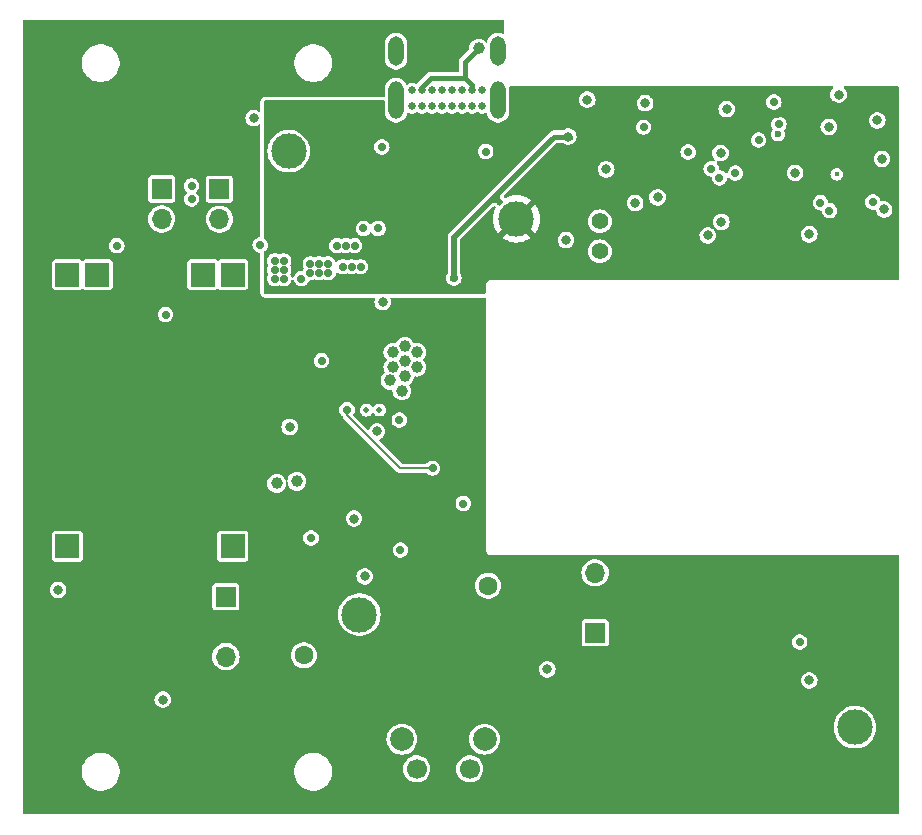
<source format=gbr>
%TF.GenerationSoftware,KiCad,Pcbnew,8.0.7*%
%TF.CreationDate,2025-02-05T21:47:47-05:00*%
%TF.ProjectId,SHERPENT20250113,53484552-5045-44e5-9432-303235303131,rev?*%
%TF.SameCoordinates,Original*%
%TF.FileFunction,Copper,L3,Inr*%
%TF.FilePolarity,Positive*%
%FSLAX46Y46*%
G04 Gerber Fmt 4.6, Leading zero omitted, Abs format (unit mm)*
G04 Created by KiCad (PCBNEW 8.0.7) date 2025-02-05 21:47:47*
%MOMM*%
%LPD*%
G01*
G04 APERTURE LIST*
%TA.AperFunction,ComponentPad*%
%ADD10C,3.000000*%
%TD*%
%TA.AperFunction,ComponentPad*%
%ADD11R,1.600000X1.600000*%
%TD*%
%TA.AperFunction,ComponentPad*%
%ADD12C,1.600000*%
%TD*%
%TA.AperFunction,ComponentPad*%
%ADD13R,1.700000X1.700000*%
%TD*%
%TA.AperFunction,ComponentPad*%
%ADD14O,1.700000X1.700000*%
%TD*%
%TA.AperFunction,ComponentPad*%
%ADD15C,0.648000*%
%TD*%
%TA.AperFunction,ComponentPad*%
%ADD16O,1.300000X2.500000*%
%TD*%
%TA.AperFunction,ComponentPad*%
%ADD17O,1.300000X3.200000*%
%TD*%
%TA.AperFunction,ComponentPad*%
%ADD18C,1.400000*%
%TD*%
%TA.AperFunction,ComponentPad*%
%ADD19R,2.000000X2.000000*%
%TD*%
%TA.AperFunction,ComponentPad*%
%ADD20C,1.700000*%
%TD*%
%TA.AperFunction,ComponentPad*%
%ADD21C,2.000000*%
%TD*%
%TA.AperFunction,ViaPad*%
%ADD22C,1.000000*%
%TD*%
%TA.AperFunction,ViaPad*%
%ADD23C,0.800000*%
%TD*%
%TA.AperFunction,ViaPad*%
%ADD24C,0.700000*%
%TD*%
%TA.AperFunction,ViaPad*%
%ADD25C,0.450000*%
%TD*%
%TA.AperFunction,ViaPad*%
%ADD26C,0.500000*%
%TD*%
%TA.AperFunction,ViaPad*%
%ADD27C,0.600000*%
%TD*%
%TA.AperFunction,Conductor*%
%ADD28C,0.450000*%
%TD*%
%TA.AperFunction,Conductor*%
%ADD29C,0.160000*%
%TD*%
G04 APERTURE END LIST*
D10*
%TO.N,/VBATT*%
%TO.C,TP1*%
X154927200Y-80467600D03*
%TD*%
%TO.N,+9V*%
%TO.C,TP7*%
X158153000Y-95148800D03*
%TD*%
D11*
%TO.N,+9V*%
%TO.C,C8*%
X171800000Y-119255113D03*
D12*
%TO.N,GND*%
X171800000Y-117255113D03*
%TD*%
D10*
%TO.N,Net-(D19-DOUT)*%
%TO.C,NEO-END1*%
X202857000Y-129235600D03*
%TD*%
%TO.N,+3.3V*%
%TO.C,TP4*%
X174200000Y-86200000D03*
%TD*%
D13*
%TO.N,/Moteur1_PWM*%
%TO.C,J2*%
X149600000Y-118175000D03*
D14*
%TO.N,+9V*%
X149600000Y-120715000D03*
%TO.N,GND*%
X149600000Y-123255000D03*
%TD*%
D13*
%TO.N,Net-(BT1-+)*%
%TO.C,BT1*%
X149053945Y-83687345D03*
D14*
%TO.N,/B-*%
X149053945Y-86227345D03*
%TD*%
D15*
%TO.N,GND*%
%TO.C,J1*%
X171304800Y-76649200D03*
%TO.N,/VUSB*%
X170454800Y-76649200D03*
%TO.N,Net-(J1-CC1)*%
X169604800Y-76649200D03*
%TO.N,/USB_ESP32P*%
X168754800Y-76649200D03*
%TO.N,/USB_ESP32N*%
X167904800Y-76649200D03*
%TO.N,unconnected-(J1-SBU1-PadA8)*%
X167054800Y-76649200D03*
%TO.N,/VUSB*%
X166204800Y-76649200D03*
%TO.N,GND*%
X165354800Y-76649200D03*
X165354800Y-75299200D03*
%TO.N,/VUSB*%
X166204800Y-75299200D03*
%TO.N,Net-(J1-CC2)*%
X167054800Y-75299200D03*
%TO.N,/USB_ESP32P*%
X167904800Y-75299200D03*
%TO.N,/USB_ESP32N*%
X168754800Y-75299200D03*
%TO.N,unconnected-(J1-SBU2-PadB8)*%
X169604800Y-75299200D03*
%TO.N,/VUSB*%
X170454800Y-75299200D03*
%TO.N,GND*%
X171304800Y-75299200D03*
D16*
%TO.N,unconnected-(J1-SHIELD1-PadSH1)*%
X172649800Y-71999200D03*
%TO.N,unconnected-(J1-SHIELD2-PadSH2)*%
X164009800Y-71999200D03*
D17*
%TO.N,unconnected-(J1-SHIELD3-PadSH3)*%
X172649800Y-76149200D03*
%TO.N,unconnected-(J1-SHIELD4-PadSH4)*%
X164009800Y-76149200D03*
%TD*%
D11*
%TO.N,+9V*%
%TO.C,C7*%
X156200000Y-121144888D03*
D12*
%TO.N,GND*%
X156200000Y-123144888D03*
%TD*%
D13*
%TO.N,/Moteur2_PWM*%
%TO.C,J3*%
X180860600Y-121234600D03*
D14*
%TO.N,+9V*%
X180860600Y-118694600D03*
%TO.N,GND*%
X180860600Y-116154600D03*
%TD*%
D18*
%TO.N,/VUSB*%
%TO.C,JP19*%
X181267000Y-88931200D03*
%TO.N,/VBATT*%
X181267000Y-86391200D03*
%TD*%
D13*
%TO.N,Net-(BT2-+)*%
%TO.C,BT2*%
X144159545Y-83661945D03*
D14*
%TO.N,/B-*%
X144159545Y-86201945D03*
%TD*%
D19*
%TO.N,/VUSB*%
%TO.C,U4*%
X136187500Y-113912500D03*
%TO.N,GND*%
X150187500Y-113912500D03*
%TO.N,/VBATT*%
X136187500Y-90912500D03*
%TO.N,GND*%
X150187500Y-90912500D03*
%TO.N,/VBATT*%
X138727500Y-90912500D03*
%TO.N,/B-*%
X147647500Y-90912500D03*
%TD*%
D10*
%TO.N,/VUSB*%
%TO.C,TP2*%
X160900000Y-119700000D03*
%TD*%
D20*
%TO.N,GND*%
%TO.C,SW1*%
X165750000Y-132750000D03*
%TO.N,Net-(D2-K)*%
X170250000Y-132750000D03*
D21*
%TO.N,GND*%
X164500000Y-130250000D03*
X171500000Y-130250000D03*
%TD*%
D22*
%TO.N,GND*%
X164750000Y-97000000D03*
X165750000Y-98750000D03*
D23*
X191554000Y-86449800D03*
D22*
X165750000Y-97500000D03*
D23*
X151955400Y-77673600D03*
D24*
X162500000Y-87000000D03*
X161250000Y-87000000D03*
D23*
X197800000Y-82300000D03*
X185100000Y-76400000D03*
D24*
X195988519Y-76300766D03*
D23*
X162397899Y-104192749D03*
D25*
X201318509Y-82422109D03*
D22*
X163750000Y-98750000D03*
D24*
X171600000Y-80500000D03*
D23*
X176820000Y-124335400D03*
D22*
X163500000Y-99877150D03*
D24*
X196419422Y-78180577D03*
X162800000Y-80100000D03*
D23*
X205159204Y-81115800D03*
D24*
X159000000Y-88462945D03*
X140366400Y-88466400D03*
D23*
X201472700Y-75667500D03*
D22*
X164500000Y-100750000D03*
D23*
X200647200Y-78398000D03*
X198996200Y-125275000D03*
D24*
X160500000Y-88462945D03*
D23*
X155003400Y-103810200D03*
X161346600Y-116463600D03*
X160446600Y-111563600D03*
X162877400Y-93243800D03*
D24*
X159750000Y-88462945D03*
D22*
X164750000Y-99500000D03*
D23*
X181800000Y-82000000D03*
X204762000Y-77864600D03*
X144259200Y-126898800D03*
X192000000Y-76900000D03*
X184250000Y-84849600D03*
X135400000Y-117600000D03*
D22*
X163750000Y-97500000D03*
D23*
X205333000Y-85395200D03*
D22*
X164750000Y-98250000D03*
D23*
X186148841Y-84368051D03*
X191482160Y-80631013D03*
%TO.N,/VBATT*%
X199000000Y-87500000D03*
D24*
X156000000Y-91250000D03*
X157500000Y-90000000D03*
D22*
X155613000Y-108407600D03*
D24*
X154500000Y-89750000D03*
X156750000Y-90000000D03*
X158250000Y-90000000D03*
X146700000Y-83400000D03*
X157500000Y-90750000D03*
X146700000Y-84500000D03*
X156750000Y-90750000D03*
X154500000Y-91250000D03*
X153750000Y-89750000D03*
X153750000Y-91250000D03*
X153750000Y-90500000D03*
X158250000Y-90750000D03*
D23*
X190400000Y-87600000D03*
D24*
X154500000Y-90500000D03*
D23*
%TO.N,+9V*%
X169938600Y-96317200D03*
X185331000Y-127635400D03*
D22*
X155750000Y-101000000D03*
X155750000Y-99750000D03*
D24*
X168900000Y-91200000D03*
D23*
X134000000Y-83512800D03*
X205371600Y-120269400D03*
X143470800Y-74347200D03*
X168500000Y-70100000D03*
D22*
X156500000Y-98500000D03*
X159208771Y-101260110D03*
X160413599Y-100482800D03*
D23*
X178600000Y-79223000D03*
X140200000Y-123600000D03*
D22*
X157250000Y-99750000D03*
D23*
X152768200Y-131699400D03*
D22*
X157250000Y-101000000D03*
D23*
X180200000Y-76100000D03*
%TO.N,+3.3V*%
X192752355Y-80646261D03*
X154266800Y-83616145D03*
D24*
X174525000Y-75975000D03*
D23*
X167587800Y-85293200D03*
X202044200Y-76848600D03*
D24*
X196236288Y-77286455D03*
D23*
X184010200Y-86576800D03*
X195630700Y-85954500D03*
D24*
%TO.N,/VUSB*%
X160250000Y-90250000D03*
X159500000Y-90250000D03*
D22*
X171000000Y-71762500D03*
D23*
X178400000Y-88000000D03*
D22*
X153900000Y-108600000D03*
D24*
X161000000Y-90250000D03*
%TO.N,/USB_ESP32P*%
X200700000Y-85500000D03*
%TO.N,/USB_ESP32N*%
X199936000Y-84822148D03*
%TO.N,/Moteur1_PWM*%
X192740613Y-82324212D03*
X144500000Y-94300000D03*
%TO.N,/StayOn*%
X156806800Y-113208200D03*
X190690400Y-81954000D03*
%TO.N,/CHARGE*%
X152500000Y-88400000D03*
X188735873Y-80525000D03*
%TO.N,/Moteur2_PWM*%
X191392852Y-82720775D03*
D26*
%TO.N,Net-(C5-Pad1)*%
X162587040Y-102368840D03*
X161504968Y-102374556D03*
D24*
%TO.N,/NEOPX*%
X204369846Y-84769846D03*
%TO.N,/Button*%
X164376000Y-114226100D03*
X169700000Y-110300000D03*
%TO.N,Net-(Q4-D)*%
X167096600Y-107305600D03*
X159856278Y-102348739D03*
%TO.N,Net-(U2-FB)*%
X164283400Y-103216600D03*
X157700000Y-98200000D03*
%TO.N,Net-(U7-GPIO2)*%
X194698859Y-79526223D03*
D27*
X196367813Y-79036896D03*
D24*
%TO.N,Net-(D7-DOUT)*%
X184964600Y-78435400D03*
%TO.N,Net-(D18-DOUT)*%
X198183400Y-122022000D03*
%TD*%
D28*
%TO.N,+9V*%
X169938600Y-96317200D02*
X169887800Y-96317200D01*
X168900000Y-91200000D02*
X168900000Y-87724638D01*
X177401638Y-79223000D02*
X178600000Y-79223000D01*
X168900000Y-87724638D02*
X177401638Y-79223000D01*
%TO.N,/VUSB*%
X169863805Y-74250000D02*
X169863805Y-72898695D01*
X166204800Y-74994400D02*
X166204800Y-75299200D01*
X169863805Y-72898695D02*
X171000000Y-71762500D01*
X169863805Y-74250000D02*
X166949200Y-74250000D01*
X170454800Y-74840995D02*
X169863805Y-74250000D01*
X166949200Y-74250000D02*
X166204800Y-74994400D01*
X170454800Y-75299200D02*
X170454800Y-74840995D01*
D29*
%TO.N,Net-(Q4-D)*%
X159856278Y-102822583D02*
X164339295Y-107305600D01*
X159856278Y-102348739D02*
X159856278Y-102822583D01*
X164339295Y-107305600D02*
X167096600Y-107305600D01*
%TD*%
%TA.AperFunction,Conductor*%
%TO.N,+9V*%
G36*
X173150048Y-69413252D02*
G01*
X173164400Y-69447900D01*
X173164400Y-70510206D01*
X173150048Y-70544854D01*
X173115400Y-70559206D01*
X173096649Y-70555476D01*
X172927058Y-70485229D01*
X172927048Y-70485226D01*
X172852994Y-70470496D01*
X172743416Y-70448700D01*
X172556184Y-70448700D01*
X172464786Y-70466880D01*
X172372551Y-70485226D01*
X172372541Y-70485229D01*
X172199574Y-70556875D01*
X172199570Y-70556877D01*
X172199569Y-70556878D01*
X172196085Y-70559206D01*
X172043892Y-70660897D01*
X171911497Y-70793292D01*
X171807475Y-70948974D01*
X171735829Y-71121941D01*
X171735824Y-71121960D01*
X171713179Y-71235806D01*
X171692344Y-71266989D01*
X171655562Y-71274305D01*
X171630473Y-71260895D01*
X171502263Y-71132685D01*
X171502259Y-71132682D01*
X171349526Y-71036712D01*
X171179258Y-70977133D01*
X171179257Y-70977132D01*
X171179255Y-70977132D01*
X171179251Y-70977131D01*
X171179249Y-70977131D01*
X171000000Y-70956935D01*
X170820750Y-70977131D01*
X170820741Y-70977133D01*
X170650473Y-71036712D01*
X170497740Y-71132682D01*
X170497736Y-71132685D01*
X170370185Y-71260236D01*
X170370182Y-71260240D01*
X170274212Y-71412973D01*
X170214633Y-71583241D01*
X170214631Y-71583250D01*
X170194435Y-71762500D01*
X170198111Y-71795128D01*
X170187728Y-71831165D01*
X170184067Y-71835262D01*
X169541142Y-72478188D01*
X169443301Y-72576029D01*
X169443300Y-72576029D01*
X169374117Y-72695857D01*
X169372448Y-72702089D01*
X169372447Y-72702093D01*
X169338304Y-72829510D01*
X169338304Y-72971821D01*
X169338305Y-72971834D01*
X169338305Y-73675500D01*
X169323953Y-73710148D01*
X169289305Y-73724500D01*
X167021397Y-73724500D01*
X167021381Y-73724499D01*
X167018384Y-73724499D01*
X166880017Y-73724499D01*
X166880014Y-73724499D01*
X166746366Y-73760310D01*
X166746362Y-73760311D01*
X166626534Y-73829495D01*
X166626534Y-73829496D01*
X165784297Y-74671732D01*
X165784295Y-74671734D01*
X165784295Y-74671735D01*
X165777374Y-74683723D01*
X165742429Y-74744248D01*
X165712675Y-74767078D01*
X165677222Y-74763134D01*
X165577876Y-74710992D01*
X165466920Y-74683645D01*
X165430628Y-74674700D01*
X165278972Y-74674700D01*
X165249856Y-74681876D01*
X165131723Y-74710992D01*
X164997438Y-74781471D01*
X164952436Y-74821339D01*
X164916985Y-74833572D01*
X164883266Y-74817153D01*
X164874674Y-74803413D01*
X164852123Y-74748972D01*
X164852122Y-74748970D01*
X164852122Y-74748969D01*
X164748102Y-74593292D01*
X164615708Y-74460898D01*
X164460031Y-74356878D01*
X164460027Y-74356876D01*
X164460025Y-74356875D01*
X164287058Y-74285229D01*
X164287048Y-74285226D01*
X164212994Y-74270496D01*
X164103416Y-74248700D01*
X163916184Y-74248700D01*
X163824786Y-74266880D01*
X163732551Y-74285226D01*
X163732541Y-74285229D01*
X163559574Y-74356875D01*
X163559570Y-74356877D01*
X163559569Y-74356878D01*
X163556085Y-74359206D01*
X163403892Y-74460897D01*
X163271497Y-74593292D01*
X163196200Y-74705983D01*
X163170633Y-74744248D01*
X163167475Y-74748974D01*
X163095829Y-74921941D01*
X163095826Y-74921951D01*
X163095682Y-74922676D01*
X163059300Y-75105584D01*
X163059300Y-75105587D01*
X163059300Y-75805380D01*
X163044948Y-75840028D01*
X163010300Y-75854380D01*
X163003326Y-75853881D01*
X162935302Y-75844100D01*
X162935300Y-75844100D01*
X152945800Y-75844100D01*
X152945794Y-75844100D01*
X152880872Y-75851080D01*
X152880849Y-75851083D01*
X152829368Y-75862282D01*
X152829346Y-75862288D01*
X152791138Y-75873246D01*
X152791137Y-75873247D01*
X152694239Y-75929917D01*
X152694229Y-75929925D01*
X152641421Y-75975683D01*
X152641415Y-75975689D01*
X152599250Y-76020408D01*
X152599247Y-76020412D01*
X152548360Y-76120488D01*
X152528675Y-76187528D01*
X152516300Y-76273597D01*
X152516300Y-77125782D01*
X152501948Y-77160430D01*
X152467300Y-77174782D01*
X152434807Y-77162459D01*
X152414186Y-77144191D01*
X152356252Y-77092866D01*
X152356244Y-77092862D01*
X152356243Y-77092861D01*
X152205624Y-77013809D01*
X152040456Y-76973100D01*
X151870344Y-76973100D01*
X151705175Y-77013809D01*
X151554556Y-77092861D01*
X151554551Y-77092864D01*
X151554548Y-77092866D01*
X151554546Y-77092868D01*
X151427216Y-77205671D01*
X151330582Y-77345668D01*
X151330581Y-77345670D01*
X151270261Y-77504725D01*
X151270260Y-77504728D01*
X151249755Y-77673600D01*
X151270260Y-77842472D01*
X151270261Y-77842474D01*
X151330581Y-78001529D01*
X151330582Y-78001531D01*
X151427216Y-78141528D01*
X151427217Y-78141529D01*
X151554548Y-78254334D01*
X151705175Y-78333390D01*
X151870344Y-78374100D01*
X152040456Y-78374100D01*
X152205625Y-78333390D01*
X152356252Y-78254334D01*
X152434808Y-78184739D01*
X152470259Y-78172506D01*
X152503977Y-78188924D01*
X152516300Y-78221417D01*
X152516300Y-87700500D01*
X152501948Y-87735148D01*
X152467300Y-87749500D01*
X152421015Y-87749500D01*
X152390687Y-87756975D01*
X152267635Y-87787303D01*
X152127760Y-87860716D01*
X152009520Y-87965466D01*
X152009516Y-87965471D01*
X151919780Y-88095475D01*
X151863763Y-88243180D01*
X151844722Y-88400000D01*
X151863763Y-88556819D01*
X151919780Y-88704524D01*
X151965612Y-88770923D01*
X152009517Y-88834530D01*
X152127760Y-88939283D01*
X152267635Y-89012696D01*
X152421015Y-89050500D01*
X152467300Y-89050500D01*
X152501948Y-89064852D01*
X152516300Y-89099500D01*
X152516300Y-92432206D01*
X152523280Y-92497127D01*
X152523283Y-92497150D01*
X152534482Y-92548631D01*
X152534488Y-92548653D01*
X152545446Y-92586861D01*
X152545447Y-92586862D01*
X152602117Y-92683760D01*
X152602122Y-92683767D01*
X152602125Y-92683771D01*
X152647880Y-92736575D01*
X152647883Y-92736578D01*
X152647889Y-92736584D01*
X152692608Y-92778749D01*
X152692611Y-92778751D01*
X152692613Y-92778753D01*
X152714516Y-92789890D01*
X152792688Y-92829639D01*
X152859728Y-92849324D01*
X152945800Y-92861700D01*
X162202137Y-92861700D01*
X162236785Y-92876052D01*
X162251137Y-92910700D01*
X162247953Y-92928075D01*
X162192260Y-93074928D01*
X162171755Y-93243800D01*
X162192260Y-93412672D01*
X162192261Y-93412674D01*
X162252581Y-93571729D01*
X162252582Y-93571731D01*
X162349216Y-93711728D01*
X162349217Y-93711729D01*
X162476548Y-93824534D01*
X162627175Y-93903590D01*
X162792344Y-93944300D01*
X162962456Y-93944300D01*
X163127625Y-93903590D01*
X163278252Y-93824534D01*
X163405583Y-93711729D01*
X163502218Y-93571730D01*
X163562540Y-93412672D01*
X163583045Y-93243800D01*
X163562540Y-93074928D01*
X163506847Y-92928075D01*
X163507980Y-92890590D01*
X163535288Y-92864884D01*
X163552663Y-92861700D01*
X171473106Y-92861700D01*
X171509514Y-92857784D01*
X171538041Y-92854718D01*
X171538063Y-92854713D01*
X171539334Y-92854508D01*
X171539345Y-92854578D01*
X171539346Y-92854578D01*
X171539347Y-92854589D01*
X171539433Y-92855124D01*
X171574558Y-92861432D01*
X171595972Y-92892221D01*
X171597100Y-92902675D01*
X171597100Y-114213895D01*
X171631207Y-114341184D01*
X171631208Y-114341188D01*
X171697100Y-114455314D01*
X171790286Y-114548500D01*
X171832057Y-114572617D01*
X171904411Y-114614391D01*
X171904413Y-114614391D01*
X171904414Y-114614392D01*
X172004807Y-114641292D01*
X172031704Y-114648499D01*
X172031705Y-114648500D01*
X172031708Y-114648500D01*
X172163492Y-114648500D01*
X206549300Y-114648500D01*
X206583948Y-114662852D01*
X206598300Y-114697500D01*
X206598300Y-136546900D01*
X206583948Y-136581548D01*
X206549300Y-136595900D01*
X132464300Y-136595900D01*
X132429652Y-136581548D01*
X132415300Y-136546900D01*
X132415300Y-132874038D01*
X137399500Y-132874038D01*
X137399500Y-133125961D01*
X137438909Y-133374782D01*
X137438910Y-133374785D01*
X137516759Y-133614380D01*
X137631128Y-133838842D01*
X137779208Y-134042657D01*
X137779212Y-134042662D01*
X137957338Y-134220788D01*
X137957342Y-134220791D01*
X137957344Y-134220793D01*
X138161155Y-134368870D01*
X138385621Y-134483241D01*
X138625215Y-134561090D01*
X138874038Y-134600500D01*
X138874039Y-134600500D01*
X139125961Y-134600500D01*
X139125962Y-134600500D01*
X139374785Y-134561090D01*
X139614379Y-134483241D01*
X139838845Y-134368870D01*
X140042656Y-134220793D01*
X140042659Y-134220789D01*
X140042662Y-134220788D01*
X140220788Y-134042662D01*
X140220789Y-134042659D01*
X140220793Y-134042656D01*
X140368870Y-133838845D01*
X140483241Y-133614379D01*
X140561090Y-133374785D01*
X140600500Y-133125962D01*
X140600500Y-132874038D01*
X155399500Y-132874038D01*
X155399500Y-133125961D01*
X155438909Y-133374782D01*
X155438910Y-133374785D01*
X155516759Y-133614380D01*
X155631128Y-133838842D01*
X155779208Y-134042657D01*
X155779212Y-134042662D01*
X155957338Y-134220788D01*
X155957342Y-134220791D01*
X155957344Y-134220793D01*
X156161155Y-134368870D01*
X156385621Y-134483241D01*
X156625215Y-134561090D01*
X156874038Y-134600500D01*
X156874039Y-134600500D01*
X157125961Y-134600500D01*
X157125962Y-134600500D01*
X157374785Y-134561090D01*
X157614379Y-134483241D01*
X157838845Y-134368870D01*
X158042656Y-134220793D01*
X158042659Y-134220789D01*
X158042662Y-134220788D01*
X158220788Y-134042662D01*
X158220789Y-134042659D01*
X158220793Y-134042656D01*
X158368870Y-133838845D01*
X158483241Y-133614379D01*
X158561090Y-133374785D01*
X158600500Y-133125962D01*
X158600500Y-132874038D01*
X158580854Y-132750000D01*
X164594571Y-132750000D01*
X164614243Y-132962306D01*
X164614244Y-132962312D01*
X164672593Y-133167384D01*
X164672597Y-133167394D01*
X164767632Y-133358252D01*
X164767635Y-133358256D01*
X164896125Y-133528404D01*
X164896128Y-133528407D01*
X165053693Y-133672048D01*
X165053694Y-133672049D01*
X165053698Y-133672052D01*
X165234981Y-133784298D01*
X165234984Y-133784299D01*
X165433796Y-133861319D01*
X165433797Y-133861319D01*
X165433802Y-133861321D01*
X165643390Y-133900500D01*
X165643392Y-133900500D01*
X165856608Y-133900500D01*
X165856610Y-133900500D01*
X166066198Y-133861321D01*
X166265019Y-133784298D01*
X166446302Y-133672052D01*
X166603872Y-133528407D01*
X166732366Y-133358255D01*
X166827405Y-133167389D01*
X166885756Y-132962310D01*
X166905429Y-132750000D01*
X169094571Y-132750000D01*
X169114243Y-132962306D01*
X169114244Y-132962312D01*
X169172593Y-133167384D01*
X169172597Y-133167394D01*
X169267632Y-133358252D01*
X169267635Y-133358256D01*
X169396125Y-133528404D01*
X169396128Y-133528407D01*
X169553693Y-133672048D01*
X169553694Y-133672049D01*
X169553698Y-133672052D01*
X169734981Y-133784298D01*
X169734984Y-133784299D01*
X169933796Y-133861319D01*
X169933797Y-133861319D01*
X169933802Y-133861321D01*
X170143390Y-133900500D01*
X170143392Y-133900500D01*
X170356608Y-133900500D01*
X170356610Y-133900500D01*
X170566198Y-133861321D01*
X170765019Y-133784298D01*
X170946302Y-133672052D01*
X171103872Y-133528407D01*
X171232366Y-133358255D01*
X171327405Y-133167389D01*
X171385756Y-132962310D01*
X171405429Y-132750000D01*
X171385756Y-132537690D01*
X171327405Y-132332611D01*
X171232366Y-132141745D01*
X171103872Y-131971593D01*
X171088235Y-131957338D01*
X170946306Y-131827951D01*
X170946303Y-131827949D01*
X170946302Y-131827948D01*
X170765019Y-131715702D01*
X170765016Y-131715701D01*
X170765015Y-131715700D01*
X170566203Y-131638680D01*
X170566198Y-131638679D01*
X170356610Y-131599500D01*
X170143390Y-131599500D01*
X169985236Y-131629064D01*
X169933796Y-131638680D01*
X169734984Y-131715700D01*
X169553693Y-131827951D01*
X169396128Y-131971592D01*
X169396125Y-131971595D01*
X169267635Y-132141743D01*
X169267632Y-132141747D01*
X169172597Y-132332605D01*
X169172593Y-132332615D01*
X169114244Y-132537687D01*
X169114243Y-132537693D01*
X169094571Y-132750000D01*
X166905429Y-132750000D01*
X166885756Y-132537690D01*
X166827405Y-132332611D01*
X166732366Y-132141745D01*
X166603872Y-131971593D01*
X166588235Y-131957338D01*
X166446306Y-131827951D01*
X166446303Y-131827949D01*
X166446302Y-131827948D01*
X166265019Y-131715702D01*
X166265016Y-131715701D01*
X166265015Y-131715700D01*
X166066203Y-131638680D01*
X166066198Y-131638679D01*
X165856610Y-131599500D01*
X165643390Y-131599500D01*
X165485236Y-131629064D01*
X165433796Y-131638680D01*
X165234984Y-131715700D01*
X165053693Y-131827951D01*
X164896128Y-131971592D01*
X164896125Y-131971595D01*
X164767635Y-132141743D01*
X164767632Y-132141747D01*
X164672597Y-132332605D01*
X164672593Y-132332615D01*
X164614244Y-132537687D01*
X164614243Y-132537693D01*
X164594571Y-132750000D01*
X158580854Y-132750000D01*
X158561090Y-132625215D01*
X158483241Y-132385621D01*
X158368870Y-132161155D01*
X158220793Y-131957344D01*
X158220791Y-131957342D01*
X158220788Y-131957338D01*
X158042662Y-131779212D01*
X158042657Y-131779208D01*
X157955248Y-131715702D01*
X157838845Y-131631130D01*
X157838844Y-131631129D01*
X157838842Y-131631128D01*
X157614380Y-131516759D01*
X157374785Y-131438910D01*
X157374782Y-131438909D01*
X157183642Y-131408635D01*
X157125962Y-131399500D01*
X156874038Y-131399500D01*
X156827212Y-131406916D01*
X156625217Y-131438909D01*
X156625214Y-131438910D01*
X156385619Y-131516759D01*
X156161157Y-131631128D01*
X155957342Y-131779208D01*
X155779208Y-131957342D01*
X155631128Y-132161157D01*
X155516759Y-132385619D01*
X155438910Y-132625214D01*
X155438909Y-132625217D01*
X155399500Y-132874038D01*
X140600500Y-132874038D01*
X140561090Y-132625215D01*
X140483241Y-132385621D01*
X140368870Y-132161155D01*
X140220793Y-131957344D01*
X140220791Y-131957342D01*
X140220788Y-131957338D01*
X140042662Y-131779212D01*
X140042657Y-131779208D01*
X139955248Y-131715702D01*
X139838845Y-131631130D01*
X139838844Y-131631129D01*
X139838842Y-131631128D01*
X139614380Y-131516759D01*
X139374785Y-131438910D01*
X139374782Y-131438909D01*
X139183642Y-131408635D01*
X139125962Y-131399500D01*
X138874038Y-131399500D01*
X138827212Y-131406916D01*
X138625217Y-131438909D01*
X138625214Y-131438910D01*
X138385619Y-131516759D01*
X138161157Y-131631128D01*
X137957342Y-131779208D01*
X137779208Y-131957342D01*
X137631128Y-132161157D01*
X137516759Y-132385619D01*
X137438910Y-132625214D01*
X137438909Y-132625217D01*
X137399500Y-132874038D01*
X132415300Y-132874038D01*
X132415300Y-130250000D01*
X163194532Y-130250000D01*
X163214365Y-130476694D01*
X163214366Y-130476700D01*
X163273258Y-130696488D01*
X163273259Y-130696493D01*
X163369430Y-130902732D01*
X163369438Y-130902744D01*
X163499948Y-131089133D01*
X163499954Y-131089140D01*
X163660859Y-131250045D01*
X163660866Y-131250051D01*
X163847255Y-131380561D01*
X163847267Y-131380569D01*
X164053506Y-131476740D01*
X164053511Y-131476741D01*
X164273299Y-131535633D01*
X164273303Y-131535633D01*
X164273308Y-131535635D01*
X164500000Y-131555468D01*
X164726692Y-131535635D01*
X164726698Y-131535633D01*
X164726700Y-131535633D01*
X164836594Y-131506187D01*
X164946490Y-131476740D01*
X164946493Y-131476740D01*
X164946493Y-131476739D01*
X164946496Y-131476739D01*
X165152734Y-131380568D01*
X165339139Y-131250047D01*
X165500047Y-131089139D01*
X165630568Y-130902734D01*
X165726739Y-130696496D01*
X165785635Y-130476692D01*
X165805468Y-130250000D01*
X170194532Y-130250000D01*
X170214365Y-130476694D01*
X170214366Y-130476700D01*
X170273258Y-130696488D01*
X170273259Y-130696493D01*
X170369430Y-130902732D01*
X170369438Y-130902744D01*
X170499948Y-131089133D01*
X170499954Y-131089140D01*
X170660859Y-131250045D01*
X170660866Y-131250051D01*
X170847255Y-131380561D01*
X170847267Y-131380569D01*
X171053506Y-131476740D01*
X171053511Y-131476741D01*
X171273299Y-131535633D01*
X171273303Y-131535633D01*
X171273308Y-131535635D01*
X171500000Y-131555468D01*
X171726692Y-131535635D01*
X171726698Y-131535633D01*
X171726700Y-131535633D01*
X171836594Y-131506187D01*
X171946490Y-131476740D01*
X171946493Y-131476740D01*
X171946493Y-131476739D01*
X171946496Y-131476739D01*
X172152734Y-131380568D01*
X172339139Y-131250047D01*
X172500047Y-131089139D01*
X172630568Y-130902734D01*
X172726739Y-130696496D01*
X172785635Y-130476692D01*
X172805468Y-130250000D01*
X172785635Y-130023308D01*
X172784480Y-130018998D01*
X172726741Y-129803511D01*
X172726740Y-129803506D01*
X172630569Y-129597267D01*
X172630561Y-129597255D01*
X172500051Y-129410866D01*
X172500045Y-129410859D01*
X172339140Y-129249954D01*
X172339133Y-129249948D01*
X172318642Y-129235600D01*
X201051451Y-129235600D01*
X201071616Y-129504697D01*
X201071616Y-129504700D01*
X201071617Y-129504703D01*
X201092744Y-129597266D01*
X201131666Y-129767796D01*
X201230256Y-130018996D01*
X201230257Y-130018998D01*
X201256434Y-130064338D01*
X201365181Y-130252697D01*
X201365184Y-130252701D01*
X201533434Y-130463680D01*
X201533439Y-130463685D01*
X201731259Y-130647235D01*
X201954226Y-130799251D01*
X201954227Y-130799251D01*
X201954228Y-130799252D01*
X202197352Y-130916335D01*
X202197355Y-130916336D01*
X202197359Y-130916338D01*
X202455228Y-130995880D01*
X202722071Y-131036100D01*
X202722073Y-131036100D01*
X202991927Y-131036100D01*
X202991929Y-131036100D01*
X203258772Y-130995880D01*
X203516641Y-130916338D01*
X203759775Y-130799251D01*
X203982741Y-130647235D01*
X204180561Y-130463685D01*
X204348815Y-130252702D01*
X204483743Y-130018998D01*
X204582334Y-129767795D01*
X204642383Y-129504703D01*
X204662549Y-129235600D01*
X204642383Y-128966497D01*
X204582334Y-128703405D01*
X204483743Y-128452202D01*
X204416279Y-128335350D01*
X204348818Y-128218502D01*
X204348815Y-128218498D01*
X204180565Y-128007519D01*
X204180560Y-128007514D01*
X203982742Y-127823966D01*
X203982740Y-127823964D01*
X203759772Y-127671947D01*
X203516647Y-127554864D01*
X203516634Y-127554859D01*
X203339486Y-127500217D01*
X203258772Y-127475320D01*
X202991929Y-127435100D01*
X202722071Y-127435100D01*
X202455228Y-127475320D01*
X202455225Y-127475321D01*
X202197365Y-127554859D01*
X202197352Y-127554864D01*
X201954228Y-127671947D01*
X201731259Y-127823964D01*
X201731257Y-127823966D01*
X201533439Y-128007514D01*
X201533434Y-128007519D01*
X201365184Y-128218498D01*
X201365181Y-128218502D01*
X201230259Y-128452198D01*
X201230256Y-128452203D01*
X201131666Y-128703403D01*
X201071618Y-128966493D01*
X201071616Y-128966502D01*
X201051451Y-129235600D01*
X172318642Y-129235600D01*
X172152744Y-129119438D01*
X172152732Y-129119430D01*
X171946493Y-129023259D01*
X171946488Y-129023258D01*
X171726700Y-128964366D01*
X171726694Y-128964365D01*
X171500000Y-128944532D01*
X171273305Y-128964365D01*
X171273299Y-128964366D01*
X171053511Y-129023258D01*
X171053506Y-129023259D01*
X170847267Y-129119430D01*
X170847255Y-129119438D01*
X170660866Y-129249948D01*
X170660859Y-129249954D01*
X170499954Y-129410859D01*
X170499948Y-129410866D01*
X170369438Y-129597255D01*
X170369430Y-129597267D01*
X170273259Y-129803506D01*
X170273258Y-129803511D01*
X170214366Y-130023299D01*
X170214365Y-130023305D01*
X170194532Y-130250000D01*
X165805468Y-130250000D01*
X165785635Y-130023308D01*
X165784480Y-130018998D01*
X165726741Y-129803511D01*
X165726740Y-129803506D01*
X165630569Y-129597267D01*
X165630561Y-129597255D01*
X165500051Y-129410866D01*
X165500045Y-129410859D01*
X165339140Y-129249954D01*
X165339133Y-129249948D01*
X165152744Y-129119438D01*
X165152732Y-129119430D01*
X164946493Y-129023259D01*
X164946488Y-129023258D01*
X164726700Y-128964366D01*
X164726694Y-128964365D01*
X164500000Y-128944532D01*
X164273305Y-128964365D01*
X164273299Y-128964366D01*
X164053511Y-129023258D01*
X164053506Y-129023259D01*
X163847267Y-129119430D01*
X163847255Y-129119438D01*
X163660866Y-129249948D01*
X163660859Y-129249954D01*
X163499954Y-129410859D01*
X163499948Y-129410866D01*
X163369438Y-129597255D01*
X163369430Y-129597267D01*
X163273259Y-129803506D01*
X163273258Y-129803511D01*
X163214366Y-130023299D01*
X163214365Y-130023305D01*
X163194532Y-130250000D01*
X132415300Y-130250000D01*
X132415300Y-126898800D01*
X143553555Y-126898800D01*
X143574060Y-127067672D01*
X143574061Y-127067674D01*
X143634381Y-127226729D01*
X143634382Y-127226731D01*
X143731016Y-127366728D01*
X143731017Y-127366729D01*
X143858348Y-127479534D01*
X144008975Y-127558590D01*
X144174144Y-127599300D01*
X144344256Y-127599300D01*
X144509425Y-127558590D01*
X144660052Y-127479534D01*
X144787383Y-127366729D01*
X144884018Y-127226730D01*
X144944340Y-127067672D01*
X144964845Y-126898800D01*
X144944340Y-126729928D01*
X144884018Y-126570870D01*
X144787383Y-126430871D01*
X144660052Y-126318066D01*
X144660044Y-126318062D01*
X144660043Y-126318061D01*
X144509424Y-126239009D01*
X144344256Y-126198300D01*
X144174144Y-126198300D01*
X144008975Y-126239009D01*
X143858356Y-126318061D01*
X143858351Y-126318064D01*
X143858348Y-126318066D01*
X143858346Y-126318068D01*
X143731016Y-126430871D01*
X143634382Y-126570868D01*
X143634381Y-126570870D01*
X143574061Y-126729925D01*
X143574060Y-126729928D01*
X143553555Y-126898800D01*
X132415300Y-126898800D01*
X132415300Y-125275000D01*
X198290555Y-125275000D01*
X198311060Y-125443872D01*
X198311061Y-125443874D01*
X198371381Y-125602929D01*
X198371382Y-125602931D01*
X198468016Y-125742928D01*
X198468017Y-125742929D01*
X198595348Y-125855734D01*
X198745975Y-125934790D01*
X198911144Y-125975500D01*
X199081256Y-125975500D01*
X199246425Y-125934790D01*
X199397052Y-125855734D01*
X199524383Y-125742929D01*
X199621018Y-125602930D01*
X199681340Y-125443872D01*
X199701845Y-125275000D01*
X199681340Y-125106128D01*
X199621018Y-124947070D01*
X199599664Y-124916134D01*
X199524383Y-124807071D01*
X199520158Y-124803328D01*
X199397052Y-124694266D01*
X199397044Y-124694262D01*
X199397043Y-124694261D01*
X199246424Y-124615209D01*
X199081256Y-124574500D01*
X198911144Y-124574500D01*
X198745975Y-124615209D01*
X198595356Y-124694261D01*
X198595351Y-124694264D01*
X198595348Y-124694266D01*
X198595346Y-124694268D01*
X198468016Y-124807071D01*
X198371382Y-124947068D01*
X198371381Y-124947070D01*
X198311061Y-125106125D01*
X198311060Y-125106128D01*
X198290555Y-125275000D01*
X132415300Y-125275000D01*
X132415300Y-123255000D01*
X148444571Y-123255000D01*
X148464243Y-123467306D01*
X148464244Y-123467312D01*
X148522593Y-123672384D01*
X148522597Y-123672394D01*
X148617632Y-123863252D01*
X148617635Y-123863256D01*
X148746125Y-124033404D01*
X148746128Y-124033407D01*
X148903693Y-124177048D01*
X148903694Y-124177049D01*
X148903698Y-124177052D01*
X149084981Y-124289298D01*
X149084984Y-124289299D01*
X149283796Y-124366319D01*
X149283797Y-124366319D01*
X149283802Y-124366321D01*
X149493390Y-124405500D01*
X149493392Y-124405500D01*
X149706608Y-124405500D01*
X149706610Y-124405500D01*
X149916198Y-124366321D01*
X149996015Y-124335400D01*
X176114355Y-124335400D01*
X176134860Y-124504272D01*
X176134861Y-124504274D01*
X176195181Y-124663329D01*
X176195182Y-124663331D01*
X176216537Y-124694268D01*
X176291817Y-124803329D01*
X176419148Y-124916134D01*
X176569775Y-124995190D01*
X176734944Y-125035900D01*
X176905056Y-125035900D01*
X177070225Y-124995190D01*
X177220852Y-124916134D01*
X177348183Y-124803329D01*
X177444818Y-124663330D01*
X177505140Y-124504272D01*
X177525645Y-124335400D01*
X177505140Y-124166528D01*
X177444818Y-124007470D01*
X177348183Y-123867471D01*
X177220852Y-123754666D01*
X177220844Y-123754662D01*
X177220843Y-123754661D01*
X177070224Y-123675609D01*
X176905056Y-123634900D01*
X176734944Y-123634900D01*
X176569775Y-123675609D01*
X176419156Y-123754661D01*
X176419151Y-123754664D01*
X176419148Y-123754666D01*
X176419146Y-123754668D01*
X176291816Y-123867471D01*
X176195182Y-124007468D01*
X176195181Y-124007470D01*
X176147106Y-124134237D01*
X176134860Y-124166528D01*
X176114355Y-124335400D01*
X149996015Y-124335400D01*
X150115019Y-124289298D01*
X150296302Y-124177052D01*
X150453872Y-124033407D01*
X150582366Y-123863255D01*
X150677405Y-123672389D01*
X150735756Y-123467310D01*
X150755429Y-123255000D01*
X150745226Y-123144888D01*
X155094785Y-123144888D01*
X155113602Y-123347967D01*
X155113603Y-123347973D01*
X155169417Y-123544136D01*
X155169420Y-123544143D01*
X155260325Y-123726706D01*
X155260328Y-123726710D01*
X155383233Y-123889464D01*
X155383236Y-123889467D01*
X155533954Y-124026865D01*
X155533955Y-124026866D01*
X155533959Y-124026869D01*
X155707363Y-124134236D01*
X155897544Y-124207912D01*
X156098024Y-124245388D01*
X156098026Y-124245388D01*
X156301974Y-124245388D01*
X156301976Y-124245388D01*
X156502456Y-124207912D01*
X156692637Y-124134236D01*
X156866041Y-124026869D01*
X157016764Y-123889467D01*
X157139673Y-123726709D01*
X157230582Y-123544138D01*
X157286397Y-123347971D01*
X157305215Y-123144888D01*
X157286397Y-122941805D01*
X157230582Y-122745638D01*
X157139673Y-122563067D01*
X157016764Y-122400309D01*
X157000081Y-122385100D01*
X156866045Y-122262910D01*
X156866042Y-122262908D01*
X156866041Y-122262907D01*
X156692637Y-122155540D01*
X156692634Y-122155539D01*
X156692633Y-122155538D01*
X156502462Y-122081866D01*
X156502460Y-122081865D01*
X156502456Y-122081864D01*
X156301976Y-122044388D01*
X156098024Y-122044388D01*
X155897544Y-122081864D01*
X155897540Y-122081865D01*
X155897537Y-122081866D01*
X155707366Y-122155538D01*
X155533954Y-122262910D01*
X155383236Y-122400308D01*
X155383233Y-122400311D01*
X155260328Y-122563065D01*
X155260325Y-122563069D01*
X155169420Y-122745632D01*
X155169417Y-122745639D01*
X155113603Y-122941802D01*
X155113602Y-122941808D01*
X155094785Y-123144888D01*
X150745226Y-123144888D01*
X150735756Y-123042690D01*
X150677405Y-122837611D01*
X150582366Y-122646745D01*
X150453872Y-122476593D01*
X150453871Y-122476592D01*
X150296306Y-122332951D01*
X150296303Y-122332949D01*
X150296302Y-122332948D01*
X150115019Y-122220702D01*
X150115016Y-122220701D01*
X150115015Y-122220700D01*
X149916203Y-122143680D01*
X149916198Y-122143679D01*
X149706610Y-122104500D01*
X149493390Y-122104500D01*
X149359845Y-122129464D01*
X149283796Y-122143680D01*
X149084984Y-122220700D01*
X148903693Y-122332951D01*
X148746128Y-122476592D01*
X148746125Y-122476595D01*
X148617635Y-122646743D01*
X148617632Y-122646747D01*
X148522597Y-122837605D01*
X148522593Y-122837615D01*
X148464244Y-123042687D01*
X148464243Y-123042693D01*
X148444571Y-123255000D01*
X132415300Y-123255000D01*
X132415300Y-119700000D01*
X159094451Y-119700000D01*
X159114616Y-119969097D01*
X159114618Y-119969106D01*
X159174666Y-120232196D01*
X159273256Y-120483396D01*
X159273259Y-120483401D01*
X159408181Y-120717097D01*
X159408184Y-120717101D01*
X159576434Y-120928080D01*
X159576439Y-120928085D01*
X159774259Y-121111635D01*
X159997226Y-121263651D01*
X159997227Y-121263651D01*
X159997228Y-121263652D01*
X160240352Y-121380735D01*
X160240355Y-121380736D01*
X160240359Y-121380738D01*
X160498228Y-121460280D01*
X160765071Y-121500500D01*
X160765073Y-121500500D01*
X161034927Y-121500500D01*
X161034929Y-121500500D01*
X161301772Y-121460280D01*
X161559641Y-121380738D01*
X161802775Y-121263651D01*
X162025741Y-121111635D01*
X162223561Y-120928085D01*
X162391815Y-120717102D01*
X162526743Y-120483398D01*
X162583128Y-120339734D01*
X179710100Y-120339734D01*
X179710100Y-122129458D01*
X179710101Y-122129468D01*
X179713015Y-122154592D01*
X179758394Y-122257366D01*
X179837833Y-122336805D01*
X179940606Y-122382184D01*
X179940609Y-122382185D01*
X179965735Y-122385100D01*
X181755464Y-122385099D01*
X181780591Y-122382185D01*
X181883365Y-122336806D01*
X181962806Y-122257365D01*
X182008185Y-122154591D01*
X182011100Y-122129465D01*
X182011100Y-122022000D01*
X197528122Y-122022000D01*
X197547163Y-122178819D01*
X197603180Y-122326524D01*
X197654110Y-122400308D01*
X197692917Y-122456530D01*
X197692919Y-122456531D01*
X197692920Y-122456533D01*
X197715566Y-122476595D01*
X197811160Y-122561283D01*
X197951035Y-122634696D01*
X198104415Y-122672500D01*
X198104416Y-122672500D01*
X198262383Y-122672500D01*
X198262385Y-122672500D01*
X198415765Y-122634696D01*
X198555640Y-122561283D01*
X198673883Y-122456530D01*
X198763620Y-122326523D01*
X198819637Y-122178818D01*
X198838678Y-122022000D01*
X198819637Y-121865182D01*
X198763620Y-121717477D01*
X198673883Y-121587470D01*
X198673880Y-121587467D01*
X198673879Y-121587466D01*
X198555639Y-121482716D01*
X198415764Y-121409303D01*
X198299854Y-121380735D01*
X198262385Y-121371500D01*
X198104415Y-121371500D01*
X198074087Y-121378975D01*
X197951035Y-121409303D01*
X197811160Y-121482716D01*
X197692920Y-121587466D01*
X197692916Y-121587471D01*
X197603180Y-121717475D01*
X197547163Y-121865180D01*
X197528122Y-122022000D01*
X182011100Y-122022000D01*
X182011099Y-120339736D01*
X182008185Y-120314609D01*
X181962806Y-120211835D01*
X181962805Y-120211834D01*
X181962805Y-120211833D01*
X181883366Y-120132394D01*
X181883367Y-120132394D01*
X181780593Y-120087015D01*
X181768028Y-120085557D01*
X181755465Y-120084100D01*
X181755463Y-120084100D01*
X179965741Y-120084100D01*
X179965731Y-120084101D01*
X179940607Y-120087015D01*
X179837833Y-120132394D01*
X179758394Y-120211833D01*
X179713015Y-120314606D01*
X179710100Y-120339734D01*
X162583128Y-120339734D01*
X162625334Y-120232195D01*
X162685383Y-119969103D01*
X162705549Y-119700000D01*
X162685383Y-119430897D01*
X162625334Y-119167805D01*
X162526743Y-118916602D01*
X162459279Y-118799750D01*
X162391818Y-118682902D01*
X162391815Y-118682898D01*
X162223565Y-118471919D01*
X162223560Y-118471914D01*
X162025742Y-118288366D01*
X162025740Y-118288364D01*
X161802772Y-118136347D01*
X161559647Y-118019264D01*
X161559634Y-118019259D01*
X161382486Y-117964617D01*
X161301772Y-117939720D01*
X161034929Y-117899500D01*
X160765071Y-117899500D01*
X160498228Y-117939720D01*
X160498225Y-117939721D01*
X160240365Y-118019259D01*
X160240352Y-118019264D01*
X159997228Y-118136347D01*
X159774259Y-118288364D01*
X159774257Y-118288366D01*
X159576439Y-118471914D01*
X159576434Y-118471919D01*
X159408184Y-118682898D01*
X159408181Y-118682902D01*
X159273259Y-118916598D01*
X159273256Y-118916603D01*
X159174666Y-119167803D01*
X159114618Y-119430893D01*
X159114616Y-119430902D01*
X159094451Y-119700000D01*
X132415300Y-119700000D01*
X132415300Y-117600000D01*
X134694355Y-117600000D01*
X134714860Y-117768872D01*
X134714861Y-117768874D01*
X134775181Y-117927929D01*
X134775182Y-117927931D01*
X134871816Y-118067928D01*
X134871817Y-118067929D01*
X134999148Y-118180734D01*
X135149775Y-118259790D01*
X135314944Y-118300500D01*
X135485056Y-118300500D01*
X135650225Y-118259790D01*
X135800852Y-118180734D01*
X135928183Y-118067929D01*
X136024818Y-117927930D01*
X136085140Y-117768872D01*
X136105645Y-117600000D01*
X136085140Y-117431128D01*
X136027876Y-117280134D01*
X148449500Y-117280134D01*
X148449500Y-119069858D01*
X148449501Y-119069868D01*
X148452415Y-119094992D01*
X148497794Y-119197766D01*
X148577233Y-119277205D01*
X148680006Y-119322584D01*
X148680009Y-119322585D01*
X148705135Y-119325500D01*
X150494864Y-119325499D01*
X150519991Y-119322585D01*
X150622765Y-119277206D01*
X150702206Y-119197765D01*
X150747585Y-119094991D01*
X150750500Y-119069865D01*
X150750499Y-117280136D01*
X150747597Y-117255113D01*
X170694785Y-117255113D01*
X170713602Y-117458192D01*
X170713603Y-117458198D01*
X170769417Y-117654361D01*
X170769420Y-117654368D01*
X170860325Y-117836931D01*
X170860328Y-117836935D01*
X170983233Y-117999689D01*
X170983236Y-117999692D01*
X171133954Y-118137090D01*
X171133955Y-118137091D01*
X171133959Y-118137094D01*
X171307363Y-118244461D01*
X171497544Y-118318137D01*
X171698024Y-118355613D01*
X171698026Y-118355613D01*
X171901974Y-118355613D01*
X171901976Y-118355613D01*
X172102456Y-118318137D01*
X172292637Y-118244461D01*
X172466041Y-118137094D01*
X172616764Y-117999692D01*
X172739673Y-117836934D01*
X172830582Y-117654363D01*
X172886397Y-117458196D01*
X172905215Y-117255113D01*
X172886397Y-117052030D01*
X172830582Y-116855863D01*
X172739673Y-116673292D01*
X172678218Y-116591913D01*
X172616766Y-116510536D01*
X172616763Y-116510533D01*
X172466045Y-116373135D01*
X172466042Y-116373133D01*
X172466041Y-116373132D01*
X172292637Y-116265765D01*
X172292634Y-116265764D01*
X172292633Y-116265763D01*
X172102462Y-116192091D01*
X172102460Y-116192090D01*
X172102456Y-116192089D01*
X171901976Y-116154613D01*
X171698024Y-116154613D01*
X171497544Y-116192089D01*
X171497540Y-116192090D01*
X171497537Y-116192091D01*
X171307366Y-116265763D01*
X171133954Y-116373135D01*
X170983236Y-116510533D01*
X170983233Y-116510536D01*
X170860328Y-116673290D01*
X170860325Y-116673294D01*
X170769420Y-116855857D01*
X170769417Y-116855864D01*
X170713603Y-117052027D01*
X170713602Y-117052033D01*
X170694785Y-117255113D01*
X150747597Y-117255113D01*
X150747585Y-117255009D01*
X150702206Y-117152235D01*
X150702205Y-117152234D01*
X150702205Y-117152233D01*
X150622766Y-117072794D01*
X150622767Y-117072794D01*
X150519993Y-117027415D01*
X150507428Y-117025957D01*
X150494865Y-117024500D01*
X150494863Y-117024500D01*
X148705141Y-117024500D01*
X148705131Y-117024501D01*
X148680007Y-117027415D01*
X148577233Y-117072794D01*
X148497794Y-117152233D01*
X148452415Y-117255006D01*
X148449500Y-117280134D01*
X136027876Y-117280134D01*
X136024818Y-117272070D01*
X136020572Y-117265919D01*
X135928183Y-117132071D01*
X135918384Y-117123390D01*
X135800852Y-117019266D01*
X135800844Y-117019262D01*
X135800843Y-117019261D01*
X135650224Y-116940209D01*
X135485056Y-116899500D01*
X135314944Y-116899500D01*
X135149775Y-116940209D01*
X134999156Y-117019261D01*
X134999151Y-117019264D01*
X134999148Y-117019266D01*
X134999146Y-117019268D01*
X134871816Y-117132071D01*
X134775182Y-117272068D01*
X134775181Y-117272070D01*
X134714861Y-117431125D01*
X134714860Y-117431128D01*
X134694355Y-117600000D01*
X132415300Y-117600000D01*
X132415300Y-116463600D01*
X160640955Y-116463600D01*
X160661460Y-116632472D01*
X160661461Y-116632474D01*
X160721781Y-116791529D01*
X160721782Y-116791531D01*
X160818416Y-116931528D01*
X160818417Y-116931529D01*
X160945748Y-117044334D01*
X161096375Y-117123390D01*
X161261544Y-117164100D01*
X161431656Y-117164100D01*
X161596825Y-117123390D01*
X161747452Y-117044334D01*
X161874783Y-116931529D01*
X161971418Y-116791530D01*
X162031740Y-116632472D01*
X162052245Y-116463600D01*
X162031740Y-116294728D01*
X161978597Y-116154600D01*
X179705171Y-116154600D01*
X179724843Y-116366906D01*
X179724844Y-116366912D01*
X179783193Y-116571984D01*
X179783197Y-116571994D01*
X179878232Y-116762852D01*
X179878235Y-116762856D01*
X180006725Y-116933004D01*
X180006728Y-116933007D01*
X180164293Y-117076648D01*
X180164294Y-117076649D01*
X180164298Y-117076652D01*
X180345581Y-117188898D01*
X180345584Y-117188899D01*
X180544396Y-117265919D01*
X180544397Y-117265919D01*
X180544402Y-117265921D01*
X180753990Y-117305100D01*
X180753992Y-117305100D01*
X180967208Y-117305100D01*
X180967210Y-117305100D01*
X181176798Y-117265921D01*
X181375619Y-117188898D01*
X181556902Y-117076652D01*
X181714472Y-116933007D01*
X181842966Y-116762855D01*
X181938005Y-116571989D01*
X181996356Y-116366910D01*
X182016029Y-116154600D01*
X181996356Y-115942290D01*
X181938005Y-115737211D01*
X181842966Y-115546345D01*
X181714472Y-115376193D01*
X181714471Y-115376192D01*
X181556906Y-115232551D01*
X181556903Y-115232549D01*
X181556902Y-115232548D01*
X181375619Y-115120302D01*
X181375616Y-115120301D01*
X181375615Y-115120300D01*
X181176803Y-115043280D01*
X181176798Y-115043279D01*
X180967210Y-115004100D01*
X180753990Y-115004100D01*
X180595836Y-115033664D01*
X180544396Y-115043280D01*
X180345584Y-115120300D01*
X180164293Y-115232551D01*
X180006728Y-115376192D01*
X180006725Y-115376195D01*
X179878235Y-115546343D01*
X179878232Y-115546347D01*
X179783197Y-115737205D01*
X179783193Y-115737215D01*
X179724844Y-115942287D01*
X179724843Y-115942293D01*
X179705171Y-116154600D01*
X161978597Y-116154600D01*
X161971418Y-116135670D01*
X161874783Y-115995671D01*
X161747452Y-115882866D01*
X161747444Y-115882862D01*
X161747443Y-115882861D01*
X161596824Y-115803809D01*
X161431656Y-115763100D01*
X161261544Y-115763100D01*
X161096375Y-115803809D01*
X160945756Y-115882861D01*
X160945751Y-115882864D01*
X160945748Y-115882866D01*
X160945746Y-115882868D01*
X160818416Y-115995671D01*
X160721782Y-116135668D01*
X160721781Y-116135670D01*
X160672445Y-116265763D01*
X160661460Y-116294728D01*
X160640955Y-116463600D01*
X132415300Y-116463600D01*
X132415300Y-112867634D01*
X134887000Y-112867634D01*
X134887000Y-114957358D01*
X134887001Y-114957368D01*
X134889915Y-114982492D01*
X134935294Y-115085266D01*
X135014733Y-115164705D01*
X135117506Y-115210084D01*
X135117509Y-115210085D01*
X135142635Y-115213000D01*
X137232364Y-115212999D01*
X137257491Y-115210085D01*
X137360265Y-115164706D01*
X137439706Y-115085265D01*
X137485085Y-114982491D01*
X137488000Y-114957365D01*
X137487999Y-112867636D01*
X137487999Y-112867634D01*
X148887000Y-112867634D01*
X148887000Y-114957358D01*
X148887001Y-114957368D01*
X148889915Y-114982492D01*
X148935294Y-115085266D01*
X149014733Y-115164705D01*
X149117506Y-115210084D01*
X149117509Y-115210085D01*
X149142635Y-115213000D01*
X151232364Y-115212999D01*
X151257491Y-115210085D01*
X151360265Y-115164706D01*
X151439706Y-115085265D01*
X151485085Y-114982491D01*
X151488000Y-114957365D01*
X151488000Y-114226100D01*
X163720722Y-114226100D01*
X163739763Y-114382919D01*
X163795780Y-114530624D01*
X163853601Y-114614391D01*
X163885517Y-114660630D01*
X164003760Y-114765383D01*
X164143635Y-114838796D01*
X164297015Y-114876600D01*
X164297016Y-114876600D01*
X164454983Y-114876600D01*
X164454985Y-114876600D01*
X164608365Y-114838796D01*
X164748240Y-114765383D01*
X164866483Y-114660630D01*
X164956220Y-114530623D01*
X165012237Y-114382918D01*
X165031278Y-114226100D01*
X165012237Y-114069282D01*
X164956220Y-113921577D01*
X164866483Y-113791570D01*
X164866480Y-113791567D01*
X164866479Y-113791566D01*
X164748239Y-113686816D01*
X164608364Y-113613403D01*
X164492788Y-113584917D01*
X164454985Y-113575600D01*
X164297015Y-113575600D01*
X164266687Y-113583075D01*
X164143635Y-113613403D01*
X164003760Y-113686816D01*
X163885520Y-113791566D01*
X163885516Y-113791571D01*
X163795780Y-113921575D01*
X163739763Y-114069280D01*
X163720722Y-114226100D01*
X151488000Y-114226100D01*
X151487999Y-113208200D01*
X156151522Y-113208200D01*
X156170563Y-113365019D01*
X156226580Y-113512724D01*
X156269981Y-113575600D01*
X156316317Y-113642730D01*
X156316319Y-113642731D01*
X156316320Y-113642733D01*
X156366080Y-113686816D01*
X156434560Y-113747483D01*
X156574435Y-113820896D01*
X156727815Y-113858700D01*
X156727816Y-113858700D01*
X156885783Y-113858700D01*
X156885785Y-113858700D01*
X157039165Y-113820896D01*
X157179040Y-113747483D01*
X157297283Y-113642730D01*
X157387020Y-113512723D01*
X157443037Y-113365018D01*
X157462078Y-113208200D01*
X157443037Y-113051382D01*
X157387020Y-112903677D01*
X157297283Y-112773670D01*
X157297280Y-112773667D01*
X157297279Y-112773666D01*
X157179039Y-112668916D01*
X157039164Y-112595503D01*
X156923588Y-112567017D01*
X156885785Y-112557700D01*
X156727815Y-112557700D01*
X156697487Y-112565175D01*
X156574435Y-112595503D01*
X156434560Y-112668916D01*
X156316320Y-112773666D01*
X156316316Y-112773671D01*
X156226580Y-112903675D01*
X156170563Y-113051380D01*
X156151522Y-113208200D01*
X151487999Y-113208200D01*
X151487999Y-112867636D01*
X151485085Y-112842509D01*
X151439706Y-112739735D01*
X151439705Y-112739734D01*
X151439705Y-112739733D01*
X151360266Y-112660294D01*
X151360267Y-112660294D01*
X151257493Y-112614915D01*
X151244928Y-112613457D01*
X151232365Y-112612000D01*
X151232363Y-112612000D01*
X149142641Y-112612000D01*
X149142631Y-112612001D01*
X149117507Y-112614915D01*
X149014733Y-112660294D01*
X148935294Y-112739733D01*
X148889915Y-112842506D01*
X148887000Y-112867634D01*
X137487999Y-112867634D01*
X137485085Y-112842509D01*
X137439706Y-112739735D01*
X137439705Y-112739734D01*
X137439705Y-112739733D01*
X137360266Y-112660294D01*
X137360267Y-112660294D01*
X137257493Y-112614915D01*
X137244928Y-112613457D01*
X137232365Y-112612000D01*
X137232363Y-112612000D01*
X135142641Y-112612000D01*
X135142631Y-112612001D01*
X135117507Y-112614915D01*
X135014733Y-112660294D01*
X134935294Y-112739733D01*
X134889915Y-112842506D01*
X134887000Y-112867634D01*
X132415300Y-112867634D01*
X132415300Y-111563600D01*
X159740955Y-111563600D01*
X159761460Y-111732472D01*
X159761461Y-111732474D01*
X159821781Y-111891529D01*
X159821782Y-111891531D01*
X159918416Y-112031528D01*
X159918417Y-112031529D01*
X160045748Y-112144334D01*
X160196375Y-112223390D01*
X160361544Y-112264100D01*
X160531656Y-112264100D01*
X160696825Y-112223390D01*
X160847452Y-112144334D01*
X160974783Y-112031529D01*
X161071418Y-111891530D01*
X161131740Y-111732472D01*
X161152245Y-111563600D01*
X161131740Y-111394728D01*
X161071418Y-111235670D01*
X160974783Y-111095671D01*
X160847452Y-110982866D01*
X160847444Y-110982862D01*
X160847443Y-110982861D01*
X160696824Y-110903809D01*
X160531656Y-110863100D01*
X160361544Y-110863100D01*
X160196375Y-110903809D01*
X160045756Y-110982861D01*
X160045751Y-110982864D01*
X160045748Y-110982866D01*
X160045746Y-110982868D01*
X159918416Y-111095671D01*
X159821782Y-111235668D01*
X159821781Y-111235670D01*
X159761461Y-111394725D01*
X159761460Y-111394728D01*
X159740955Y-111563600D01*
X132415300Y-111563600D01*
X132415300Y-110300000D01*
X169044722Y-110300000D01*
X169063763Y-110456819D01*
X169119780Y-110604524D01*
X169177627Y-110688330D01*
X169209517Y-110734530D01*
X169327760Y-110839283D01*
X169467635Y-110912696D01*
X169621015Y-110950500D01*
X169621016Y-110950500D01*
X169778983Y-110950500D01*
X169778985Y-110950500D01*
X169932365Y-110912696D01*
X170072240Y-110839283D01*
X170190483Y-110734530D01*
X170280220Y-110604523D01*
X170336237Y-110456818D01*
X170355278Y-110300000D01*
X170336237Y-110143182D01*
X170280220Y-109995477D01*
X170190483Y-109865470D01*
X170190480Y-109865467D01*
X170190479Y-109865466D01*
X170072239Y-109760716D01*
X169932364Y-109687303D01*
X169816788Y-109658817D01*
X169778985Y-109649500D01*
X169621015Y-109649500D01*
X169590687Y-109656975D01*
X169467635Y-109687303D01*
X169327760Y-109760716D01*
X169209520Y-109865466D01*
X169209516Y-109865471D01*
X169119780Y-109995475D01*
X169063763Y-110143180D01*
X169044722Y-110300000D01*
X132415300Y-110300000D01*
X132415300Y-108600000D01*
X153094435Y-108600000D01*
X153114631Y-108779249D01*
X153114633Y-108779258D01*
X153174212Y-108949526D01*
X153270182Y-109102259D01*
X153270184Y-109102262D01*
X153397738Y-109229816D01*
X153397740Y-109229817D01*
X153550473Y-109325787D01*
X153550477Y-109325788D01*
X153550478Y-109325789D01*
X153720745Y-109385368D01*
X153900000Y-109405565D01*
X154079255Y-109385368D01*
X154249522Y-109325789D01*
X154249524Y-109325787D01*
X154249526Y-109325787D01*
X154305596Y-109290555D01*
X154402262Y-109229816D01*
X154529816Y-109102262D01*
X154590555Y-109005596D01*
X154625787Y-108949526D01*
X154625787Y-108949524D01*
X154625789Y-108949522D01*
X154685368Y-108779255D01*
X154705565Y-108600000D01*
X154685368Y-108420745D01*
X154680768Y-108407600D01*
X154807435Y-108407600D01*
X154827631Y-108586849D01*
X154827633Y-108586858D01*
X154887212Y-108757126D01*
X154983182Y-108909859D01*
X154983184Y-108909862D01*
X155110738Y-109037416D01*
X155110740Y-109037417D01*
X155263473Y-109133387D01*
X155263477Y-109133388D01*
X155263478Y-109133389D01*
X155433745Y-109192968D01*
X155613000Y-109213165D01*
X155792255Y-109192968D01*
X155962522Y-109133389D01*
X155962524Y-109133387D01*
X155962526Y-109133387D01*
X156018596Y-109098155D01*
X156115262Y-109037416D01*
X156242816Y-108909862D01*
X156324886Y-108779249D01*
X156338787Y-108757126D01*
X156338787Y-108757124D01*
X156338789Y-108757122D01*
X156398368Y-108586855D01*
X156418565Y-108407600D01*
X156398368Y-108228345D01*
X156338789Y-108058078D01*
X156338788Y-108058077D01*
X156338787Y-108058073D01*
X156242817Y-107905340D01*
X156242816Y-107905338D01*
X156115262Y-107777784D01*
X156115259Y-107777782D01*
X155962526Y-107681812D01*
X155792258Y-107622233D01*
X155792257Y-107622232D01*
X155792255Y-107622232D01*
X155792251Y-107622231D01*
X155792249Y-107622231D01*
X155613000Y-107602035D01*
X155433750Y-107622231D01*
X155433741Y-107622233D01*
X155263473Y-107681812D01*
X155110740Y-107777782D01*
X155110736Y-107777785D01*
X154983185Y-107905336D01*
X154983182Y-107905340D01*
X154887212Y-108058073D01*
X154827633Y-108228341D01*
X154827631Y-108228350D01*
X154807435Y-108407600D01*
X154680768Y-108407600D01*
X154625789Y-108250478D01*
X154625788Y-108250477D01*
X154625787Y-108250473D01*
X154529817Y-108097740D01*
X154529816Y-108097738D01*
X154402262Y-107970184D01*
X154402259Y-107970182D01*
X154249526Y-107874212D01*
X154079258Y-107814633D01*
X154079257Y-107814632D01*
X154079255Y-107814632D01*
X154079251Y-107814631D01*
X154079249Y-107814631D01*
X153900000Y-107794435D01*
X153720750Y-107814631D01*
X153720741Y-107814633D01*
X153550473Y-107874212D01*
X153397740Y-107970182D01*
X153397736Y-107970185D01*
X153270185Y-108097736D01*
X153270182Y-108097740D01*
X153174212Y-108250473D01*
X153114633Y-108420741D01*
X153114631Y-108420750D01*
X153094435Y-108600000D01*
X132415300Y-108600000D01*
X132415300Y-103810200D01*
X154297755Y-103810200D01*
X154318260Y-103979072D01*
X154318261Y-103979074D01*
X154378581Y-104138129D01*
X154378582Y-104138131D01*
X154475216Y-104278128D01*
X154475217Y-104278129D01*
X154602548Y-104390934D01*
X154753175Y-104469990D01*
X154918344Y-104510700D01*
X155088456Y-104510700D01*
X155253625Y-104469990D01*
X155404252Y-104390934D01*
X155531583Y-104278129D01*
X155628218Y-104138130D01*
X155688540Y-103979072D01*
X155709045Y-103810200D01*
X155688540Y-103641328D01*
X155628218Y-103482270D01*
X155531583Y-103342271D01*
X155404252Y-103229466D01*
X155404244Y-103229462D01*
X155404243Y-103229461D01*
X155253624Y-103150409D01*
X155088456Y-103109700D01*
X154918344Y-103109700D01*
X154753175Y-103150409D01*
X154602556Y-103229461D01*
X154602551Y-103229464D01*
X154602548Y-103229466D01*
X154602546Y-103229468D01*
X154475216Y-103342271D01*
X154378582Y-103482268D01*
X154378581Y-103482270D01*
X154329377Y-103612015D01*
X154318260Y-103641328D01*
X154297755Y-103810200D01*
X132415300Y-103810200D01*
X132415300Y-102348739D01*
X159201000Y-102348739D01*
X159220041Y-102505558D01*
X159276058Y-102653263D01*
X159365793Y-102783266D01*
X159365794Y-102783268D01*
X159467573Y-102873436D01*
X159482410Y-102897430D01*
X159501708Y-102969448D01*
X159501710Y-102969452D01*
X159551797Y-103056208D01*
X159551800Y-103056212D01*
X159551802Y-103056215D01*
X164105662Y-107610076D01*
X164126718Y-107622232D01*
X164192428Y-107660169D01*
X164192430Y-107660169D01*
X164192431Y-107660170D01*
X164213474Y-107665808D01*
X164263267Y-107679150D01*
X164263268Y-107679151D01*
X164273195Y-107681811D01*
X164289200Y-107686100D01*
X164289201Y-107686100D01*
X166543106Y-107686100D01*
X166577754Y-107700452D01*
X166583427Y-107707258D01*
X166606117Y-107740130D01*
X166724360Y-107844883D01*
X166864235Y-107918296D01*
X167017615Y-107956100D01*
X167017616Y-107956100D01*
X167175583Y-107956100D01*
X167175585Y-107956100D01*
X167328965Y-107918296D01*
X167468840Y-107844883D01*
X167587083Y-107740130D01*
X167676820Y-107610123D01*
X167732837Y-107462418D01*
X167751878Y-107305600D01*
X167732837Y-107148782D01*
X167676820Y-107001077D01*
X167587083Y-106871070D01*
X167587080Y-106871067D01*
X167587079Y-106871066D01*
X167468839Y-106766316D01*
X167328964Y-106692903D01*
X167213388Y-106664417D01*
X167175585Y-106655100D01*
X167017615Y-106655100D01*
X166987287Y-106662575D01*
X166864235Y-106692903D01*
X166724360Y-106766316D01*
X166606118Y-106871068D01*
X166606117Y-106871070D01*
X166583431Y-106903936D01*
X166551939Y-106924297D01*
X166543106Y-106925100D01*
X164517200Y-106925100D01*
X164482552Y-106910748D01*
X162530025Y-104958221D01*
X162515673Y-104923573D01*
X162530025Y-104888925D01*
X162552944Y-104875998D01*
X162648124Y-104852539D01*
X162798751Y-104773483D01*
X162926082Y-104660678D01*
X163022717Y-104520679D01*
X163083039Y-104361621D01*
X163103544Y-104192749D01*
X163083039Y-104023877D01*
X163022717Y-103864819D01*
X162926082Y-103724820D01*
X162798751Y-103612015D01*
X162798743Y-103612011D01*
X162798742Y-103612010D01*
X162648123Y-103532958D01*
X162482955Y-103492249D01*
X162312843Y-103492249D01*
X162147674Y-103532958D01*
X161997055Y-103612010D01*
X161997050Y-103612013D01*
X161997047Y-103612015D01*
X161997045Y-103612017D01*
X161869715Y-103724820D01*
X161773081Y-103864817D01*
X161773080Y-103864819D01*
X161712759Y-104023875D01*
X161712758Y-104023879D01*
X161712212Y-104028379D01*
X161693787Y-104061044D01*
X161657661Y-104071112D01*
X161628922Y-104057118D01*
X160788403Y-103216600D01*
X163628122Y-103216600D01*
X163647163Y-103373419D01*
X163703180Y-103521124D01*
X163761027Y-103604930D01*
X163792917Y-103651130D01*
X163911160Y-103755883D01*
X164051035Y-103829296D01*
X164204415Y-103867100D01*
X164204416Y-103867100D01*
X164362383Y-103867100D01*
X164362385Y-103867100D01*
X164515765Y-103829296D01*
X164655640Y-103755883D01*
X164773883Y-103651130D01*
X164863620Y-103521123D01*
X164919637Y-103373418D01*
X164938678Y-103216600D01*
X164919637Y-103059782D01*
X164863620Y-102912077D01*
X164858852Y-102905170D01*
X164824512Y-102855419D01*
X164773883Y-102782070D01*
X164773880Y-102782067D01*
X164773879Y-102782066D01*
X164655639Y-102677316D01*
X164515764Y-102603903D01*
X164400188Y-102575417D01*
X164362385Y-102566100D01*
X164204415Y-102566100D01*
X164174087Y-102573575D01*
X164051035Y-102603903D01*
X163911160Y-102677316D01*
X163792920Y-102782066D01*
X163792916Y-102782071D01*
X163703180Y-102912075D01*
X163647163Y-103059780D01*
X163628122Y-103216600D01*
X160788403Y-103216600D01*
X160379029Y-102807226D01*
X160364677Y-102772578D01*
X160373349Y-102744747D01*
X160436498Y-102653262D01*
X160492515Y-102505557D01*
X160508421Y-102374556D01*
X160949718Y-102374556D01*
X160968637Y-102518264D01*
X161024104Y-102652176D01*
X161024107Y-102652181D01*
X161112347Y-102767177D01*
X161227343Y-102855417D01*
X161227345Y-102855417D01*
X161227347Y-102855419D01*
X161270845Y-102873436D01*
X161361259Y-102910886D01*
X161504968Y-102929806D01*
X161648677Y-102910886D01*
X161782593Y-102855417D01*
X161897589Y-102767177D01*
X161985829Y-102652181D01*
X162001918Y-102613337D01*
X162028434Y-102586820D01*
X162065937Y-102586819D01*
X162092457Y-102613337D01*
X162092457Y-102613338D01*
X162092458Y-102613340D01*
X162106179Y-102646465D01*
X162194419Y-102761461D01*
X162309415Y-102849701D01*
X162309417Y-102849701D01*
X162309419Y-102849703D01*
X162366717Y-102873436D01*
X162443331Y-102905170D01*
X162587040Y-102924090D01*
X162730749Y-102905170D01*
X162864665Y-102849701D01*
X162979661Y-102761461D01*
X163067901Y-102646465D01*
X163123370Y-102512549D01*
X163142290Y-102368840D01*
X163123370Y-102225131D01*
X163083989Y-102130056D01*
X163067903Y-102091219D01*
X163067900Y-102091214D01*
X162979661Y-101976219D01*
X162979660Y-101976218D01*
X162864665Y-101887979D01*
X162864660Y-101887976D01*
X162730748Y-101832509D01*
X162587040Y-101813590D01*
X162443331Y-101832509D01*
X162309419Y-101887976D01*
X162309414Y-101887979D01*
X162194419Y-101976218D01*
X162194418Y-101976219D01*
X162106179Y-102091214D01*
X162106178Y-102091216D01*
X162090090Y-102130057D01*
X162063571Y-102156575D01*
X162026068Y-102156575D01*
X161999550Y-102130056D01*
X161985831Y-102096935D01*
X161985828Y-102096930D01*
X161981443Y-102091216D01*
X161897589Y-101981935D01*
X161890138Y-101976218D01*
X161782593Y-101893695D01*
X161782588Y-101893692D01*
X161648676Y-101838225D01*
X161504968Y-101819306D01*
X161361259Y-101838225D01*
X161227347Y-101893692D01*
X161227342Y-101893695D01*
X161112347Y-101981934D01*
X161112346Y-101981935D01*
X161024107Y-102096930D01*
X161024104Y-102096935D01*
X160968637Y-102230847D01*
X160949718Y-102374556D01*
X160508421Y-102374556D01*
X160511556Y-102348739D01*
X160492515Y-102191921D01*
X160436498Y-102044216D01*
X160346761Y-101914209D01*
X160346758Y-101914206D01*
X160346757Y-101914205D01*
X160228517Y-101809455D01*
X160088642Y-101736042D01*
X159973066Y-101707556D01*
X159935263Y-101698239D01*
X159777293Y-101698239D01*
X159746965Y-101705714D01*
X159623913Y-101736042D01*
X159484038Y-101809455D01*
X159365798Y-101914205D01*
X159365794Y-101914210D01*
X159276058Y-102044214D01*
X159220041Y-102191919D01*
X159201000Y-102348739D01*
X132415300Y-102348739D01*
X132415300Y-99877150D01*
X162694435Y-99877150D01*
X162714631Y-100056399D01*
X162714633Y-100056408D01*
X162774212Y-100226676D01*
X162870182Y-100379409D01*
X162870184Y-100379412D01*
X162997738Y-100506966D01*
X162997740Y-100506967D01*
X163150473Y-100602937D01*
X163150477Y-100602938D01*
X163150478Y-100602939D01*
X163320745Y-100662518D01*
X163500000Y-100682715D01*
X163643556Y-100666540D01*
X163679593Y-100676922D01*
X163697734Y-100709746D01*
X163697734Y-100720718D01*
X163694435Y-100749999D01*
X163714631Y-100929249D01*
X163714633Y-100929258D01*
X163774212Y-101099526D01*
X163870182Y-101252259D01*
X163870184Y-101252262D01*
X163997738Y-101379816D01*
X163997740Y-101379817D01*
X164150473Y-101475787D01*
X164150477Y-101475788D01*
X164150478Y-101475789D01*
X164320745Y-101535368D01*
X164500000Y-101555565D01*
X164679255Y-101535368D01*
X164849522Y-101475789D01*
X164849524Y-101475787D01*
X164849526Y-101475787D01*
X164905596Y-101440555D01*
X165002262Y-101379816D01*
X165129816Y-101252262D01*
X165190555Y-101155596D01*
X165225787Y-101099526D01*
X165225787Y-101099524D01*
X165225789Y-101099522D01*
X165285368Y-100929255D01*
X165305565Y-100750000D01*
X165285368Y-100570745D01*
X165225789Y-100400478D01*
X165225788Y-100400477D01*
X165225787Y-100400473D01*
X165171352Y-100313842D01*
X165137421Y-100259842D01*
X165131139Y-100222871D01*
X165152840Y-100192285D01*
X165252262Y-100129816D01*
X165379816Y-100002262D01*
X165458429Y-99877150D01*
X165475787Y-99849526D01*
X165475787Y-99849524D01*
X165475789Y-99849522D01*
X165535368Y-99679255D01*
X165546333Y-99581925D01*
X165564474Y-99549104D01*
X165600509Y-99538721D01*
X165750000Y-99555565D01*
X165929255Y-99535368D01*
X166099522Y-99475789D01*
X166099524Y-99475787D01*
X166099526Y-99475787D01*
X166155596Y-99440555D01*
X166252262Y-99379816D01*
X166379816Y-99252262D01*
X166442766Y-99152078D01*
X166475787Y-99099526D01*
X166475787Y-99099524D01*
X166475789Y-99099522D01*
X166535368Y-98929255D01*
X166555565Y-98750000D01*
X166535368Y-98570745D01*
X166475789Y-98400478D01*
X166475788Y-98400477D01*
X166475787Y-98400473D01*
X166379817Y-98247740D01*
X166379816Y-98247738D01*
X166291726Y-98159648D01*
X166277374Y-98125000D01*
X166291726Y-98090352D01*
X166379816Y-98002262D01*
X166446915Y-97895475D01*
X166475787Y-97849526D01*
X166475787Y-97849524D01*
X166475789Y-97849522D01*
X166535368Y-97679255D01*
X166555565Y-97500000D01*
X166535368Y-97320745D01*
X166475789Y-97150478D01*
X166475788Y-97150477D01*
X166475787Y-97150473D01*
X166379817Y-96997740D01*
X166379816Y-96997738D01*
X166252262Y-96870184D01*
X166252259Y-96870182D01*
X166099526Y-96774212D01*
X165929258Y-96714633D01*
X165929257Y-96714632D01*
X165929255Y-96714632D01*
X165929251Y-96714631D01*
X165929249Y-96714631D01*
X165750000Y-96694435D01*
X165570750Y-96714631D01*
X165570739Y-96714633D01*
X165552394Y-96721052D01*
X165514950Y-96718947D01*
X165489962Y-96690984D01*
X165475789Y-96650478D01*
X165475787Y-96650475D01*
X165475787Y-96650474D01*
X165379817Y-96497740D01*
X165379816Y-96497738D01*
X165252262Y-96370184D01*
X165252259Y-96370182D01*
X165099526Y-96274212D01*
X164929258Y-96214633D01*
X164929257Y-96214632D01*
X164929255Y-96214632D01*
X164929251Y-96214631D01*
X164929249Y-96214631D01*
X164750000Y-96194435D01*
X164570750Y-96214631D01*
X164570741Y-96214633D01*
X164400473Y-96274212D01*
X164247740Y-96370182D01*
X164247736Y-96370185D01*
X164120182Y-96497739D01*
X164024212Y-96650476D01*
X164010036Y-96690987D01*
X163985045Y-96718950D01*
X163947602Y-96721051D01*
X163929255Y-96714632D01*
X163929251Y-96714631D01*
X163929249Y-96714631D01*
X163750000Y-96694435D01*
X163570750Y-96714631D01*
X163570741Y-96714633D01*
X163400473Y-96774212D01*
X163247740Y-96870182D01*
X163247736Y-96870185D01*
X163120185Y-96997736D01*
X163120182Y-96997740D01*
X163024212Y-97150473D01*
X162964633Y-97320741D01*
X162964631Y-97320750D01*
X162944435Y-97500000D01*
X162964631Y-97679249D01*
X162964633Y-97679258D01*
X163024212Y-97849526D01*
X163120182Y-98002259D01*
X163120185Y-98002263D01*
X163208274Y-98090352D01*
X163222626Y-98125000D01*
X163208274Y-98159648D01*
X163120185Y-98247736D01*
X163120182Y-98247740D01*
X163024212Y-98400473D01*
X162964633Y-98570741D01*
X162964631Y-98570750D01*
X162944435Y-98750000D01*
X162964631Y-98929249D01*
X162964633Y-98929258D01*
X163024212Y-99099526D01*
X163057234Y-99152078D01*
X163063517Y-99189051D01*
X163041816Y-99219637D01*
X162997733Y-99247337D01*
X162870185Y-99374886D01*
X162870182Y-99374890D01*
X162774212Y-99527623D01*
X162714633Y-99697891D01*
X162714631Y-99697900D01*
X162694435Y-99877150D01*
X132415300Y-99877150D01*
X132415300Y-98200000D01*
X157044722Y-98200000D01*
X157063763Y-98356819D01*
X157119780Y-98504524D01*
X157165493Y-98570750D01*
X157209517Y-98634530D01*
X157327760Y-98739283D01*
X157467635Y-98812696D01*
X157621015Y-98850500D01*
X157621016Y-98850500D01*
X157778983Y-98850500D01*
X157778985Y-98850500D01*
X157932365Y-98812696D01*
X158072240Y-98739283D01*
X158190483Y-98634530D01*
X158280220Y-98504523D01*
X158336237Y-98356818D01*
X158355278Y-98200000D01*
X158336237Y-98043182D01*
X158280220Y-97895477D01*
X158190483Y-97765470D01*
X158190480Y-97765467D01*
X158190479Y-97765466D01*
X158072239Y-97660716D01*
X157932364Y-97587303D01*
X157816788Y-97558817D01*
X157778985Y-97549500D01*
X157621015Y-97549500D01*
X157590687Y-97556975D01*
X157467635Y-97587303D01*
X157327760Y-97660716D01*
X157209520Y-97765466D01*
X157209516Y-97765471D01*
X157119780Y-97895475D01*
X157063763Y-98043180D01*
X157044722Y-98200000D01*
X132415300Y-98200000D01*
X132415300Y-94300000D01*
X143844722Y-94300000D01*
X143863763Y-94456819D01*
X143919780Y-94604524D01*
X143977627Y-94688330D01*
X144009517Y-94734530D01*
X144127760Y-94839283D01*
X144267635Y-94912696D01*
X144421015Y-94950500D01*
X144421016Y-94950500D01*
X144578983Y-94950500D01*
X144578985Y-94950500D01*
X144732365Y-94912696D01*
X144872240Y-94839283D01*
X144990483Y-94734530D01*
X145080220Y-94604523D01*
X145136237Y-94456818D01*
X145155278Y-94300000D01*
X145136237Y-94143182D01*
X145080220Y-93995477D01*
X144990483Y-93865470D01*
X144990480Y-93865467D01*
X144990479Y-93865466D01*
X144872239Y-93760716D01*
X144732364Y-93687303D01*
X144616788Y-93658817D01*
X144578985Y-93649500D01*
X144421015Y-93649500D01*
X144390687Y-93656975D01*
X144267635Y-93687303D01*
X144127760Y-93760716D01*
X144009520Y-93865466D01*
X144009516Y-93865471D01*
X143919780Y-93995475D01*
X143863763Y-94143180D01*
X143844722Y-94300000D01*
X132415300Y-94300000D01*
X132415300Y-89867634D01*
X134887000Y-89867634D01*
X134887000Y-91957358D01*
X134887001Y-91957368D01*
X134889915Y-91982492D01*
X134935294Y-92085266D01*
X135014733Y-92164705D01*
X135117506Y-92210084D01*
X135117509Y-92210085D01*
X135142635Y-92213000D01*
X137232364Y-92212999D01*
X137257491Y-92210085D01*
X137360265Y-92164706D01*
X137360266Y-92164705D01*
X137422852Y-92102120D01*
X137457500Y-92087768D01*
X137492148Y-92102120D01*
X137554733Y-92164705D01*
X137657506Y-92210084D01*
X137657509Y-92210085D01*
X137682635Y-92213000D01*
X139772364Y-92212999D01*
X139797491Y-92210085D01*
X139900265Y-92164706D01*
X139979706Y-92085265D01*
X140025085Y-91982491D01*
X140028000Y-91957365D01*
X140027999Y-89867636D01*
X140027999Y-89867634D01*
X146347000Y-89867634D01*
X146347000Y-91957358D01*
X146347001Y-91957368D01*
X146349915Y-91982492D01*
X146395294Y-92085266D01*
X146474733Y-92164705D01*
X146577506Y-92210084D01*
X146577509Y-92210085D01*
X146602635Y-92213000D01*
X148692364Y-92212999D01*
X148717491Y-92210085D01*
X148820265Y-92164706D01*
X148820266Y-92164705D01*
X148882852Y-92102120D01*
X148917500Y-92087768D01*
X148952148Y-92102120D01*
X149014733Y-92164705D01*
X149117506Y-92210084D01*
X149117509Y-92210085D01*
X149142635Y-92213000D01*
X151232364Y-92212999D01*
X151257491Y-92210085D01*
X151360265Y-92164706D01*
X151439706Y-92085265D01*
X151485085Y-91982491D01*
X151488000Y-91957365D01*
X151487999Y-89867636D01*
X151485085Y-89842509D01*
X151439706Y-89739735D01*
X151439705Y-89739734D01*
X151439705Y-89739733D01*
X151360266Y-89660294D01*
X151360267Y-89660294D01*
X151257493Y-89614915D01*
X151244928Y-89613457D01*
X151232365Y-89612000D01*
X151232363Y-89612000D01*
X149142641Y-89612000D01*
X149142631Y-89612001D01*
X149117507Y-89614915D01*
X149014733Y-89660294D01*
X148952148Y-89722880D01*
X148917500Y-89737232D01*
X148882852Y-89722880D01*
X148820266Y-89660294D01*
X148820267Y-89660294D01*
X148717493Y-89614915D01*
X148704928Y-89613457D01*
X148692365Y-89612000D01*
X148692363Y-89612000D01*
X146602641Y-89612000D01*
X146602631Y-89612001D01*
X146577507Y-89614915D01*
X146474733Y-89660294D01*
X146395294Y-89739733D01*
X146349915Y-89842506D01*
X146347000Y-89867634D01*
X140027999Y-89867634D01*
X140025085Y-89842509D01*
X139979706Y-89739735D01*
X139979705Y-89739734D01*
X139979705Y-89739733D01*
X139900266Y-89660294D01*
X139900267Y-89660294D01*
X139797493Y-89614915D01*
X139784928Y-89613457D01*
X139772365Y-89612000D01*
X139772363Y-89612000D01*
X137682641Y-89612000D01*
X137682631Y-89612001D01*
X137657507Y-89614915D01*
X137554733Y-89660294D01*
X137492148Y-89722880D01*
X137457500Y-89737232D01*
X137422852Y-89722880D01*
X137360266Y-89660294D01*
X137360267Y-89660294D01*
X137257493Y-89614915D01*
X137244928Y-89613457D01*
X137232365Y-89612000D01*
X137232363Y-89612000D01*
X135142641Y-89612000D01*
X135142631Y-89612001D01*
X135117507Y-89614915D01*
X135014733Y-89660294D01*
X134935294Y-89739733D01*
X134889915Y-89842506D01*
X134887000Y-89867634D01*
X132415300Y-89867634D01*
X132415300Y-88466400D01*
X139711122Y-88466400D01*
X139730163Y-88623219D01*
X139786180Y-88770924D01*
X139844027Y-88854730D01*
X139875917Y-88900930D01*
X139994160Y-89005683D01*
X140134035Y-89079096D01*
X140287415Y-89116900D01*
X140287416Y-89116900D01*
X140445383Y-89116900D01*
X140445385Y-89116900D01*
X140598765Y-89079096D01*
X140738640Y-89005683D01*
X140856883Y-88900930D01*
X140946620Y-88770923D01*
X141002637Y-88623218D01*
X141021678Y-88466400D01*
X141002637Y-88309582D01*
X140946620Y-88161877D01*
X140856883Y-88031870D01*
X140856880Y-88031867D01*
X140856879Y-88031866D01*
X140738639Y-87927116D01*
X140598764Y-87853703D01*
X140483188Y-87825217D01*
X140445385Y-87815900D01*
X140287415Y-87815900D01*
X140257087Y-87823375D01*
X140134035Y-87853703D01*
X139994160Y-87927116D01*
X139875920Y-88031866D01*
X139875916Y-88031871D01*
X139786180Y-88161875D01*
X139730163Y-88309580D01*
X139711122Y-88466400D01*
X132415300Y-88466400D01*
X132415300Y-86201945D01*
X143004116Y-86201945D01*
X143023788Y-86414251D01*
X143023789Y-86414257D01*
X143082138Y-86619329D01*
X143082142Y-86619339D01*
X143177177Y-86810197D01*
X143177180Y-86810201D01*
X143305670Y-86980349D01*
X143305673Y-86980352D01*
X143463238Y-87123993D01*
X143463239Y-87123994D01*
X143463243Y-87123997D01*
X143644526Y-87236243D01*
X143644529Y-87236244D01*
X143843341Y-87313264D01*
X143843342Y-87313264D01*
X143843347Y-87313266D01*
X144052935Y-87352445D01*
X144052937Y-87352445D01*
X144266153Y-87352445D01*
X144266155Y-87352445D01*
X144475743Y-87313266D01*
X144674564Y-87236243D01*
X144855847Y-87123997D01*
X145013417Y-86980352D01*
X145141911Y-86810200D01*
X145236950Y-86619334D01*
X145295301Y-86414255D01*
X145312620Y-86227345D01*
X147898516Y-86227345D01*
X147918188Y-86439651D01*
X147918189Y-86439657D01*
X147976538Y-86644729D01*
X147976542Y-86644739D01*
X148071577Y-86835597D01*
X148071580Y-86835601D01*
X148200070Y-87005749D01*
X148200073Y-87005752D01*
X148357638Y-87149393D01*
X148357639Y-87149394D01*
X148357643Y-87149397D01*
X148538926Y-87261643D01*
X148538929Y-87261644D01*
X148737741Y-87338664D01*
X148737742Y-87338664D01*
X148737747Y-87338666D01*
X148947335Y-87377845D01*
X148947337Y-87377845D01*
X149160553Y-87377845D01*
X149160555Y-87377845D01*
X149370143Y-87338666D01*
X149568964Y-87261643D01*
X149750247Y-87149397D01*
X149907817Y-87005752D01*
X150036311Y-86835600D01*
X150131350Y-86644734D01*
X150189701Y-86439655D01*
X150209374Y-86227345D01*
X150189701Y-86015035D01*
X150131350Y-85809956D01*
X150036311Y-85619090D01*
X149907817Y-85448938D01*
X149879954Y-85423537D01*
X149750251Y-85305296D01*
X149750248Y-85305294D01*
X149750247Y-85305293D01*
X149568964Y-85193047D01*
X149568961Y-85193046D01*
X149568960Y-85193045D01*
X149370148Y-85116025D01*
X149370143Y-85116024D01*
X149160555Y-85076845D01*
X148947335Y-85076845D01*
X148789181Y-85106409D01*
X148737741Y-85116025D01*
X148538929Y-85193045D01*
X148357638Y-85305296D01*
X148200073Y-85448937D01*
X148200070Y-85448940D01*
X148071580Y-85619088D01*
X148071577Y-85619092D01*
X147976542Y-85809950D01*
X147976538Y-85809960D01*
X147918189Y-86015032D01*
X147918188Y-86015038D01*
X147898516Y-86227345D01*
X145312620Y-86227345D01*
X145314974Y-86201945D01*
X145295301Y-85989635D01*
X145236950Y-85784556D01*
X145141911Y-85593690D01*
X145032600Y-85448940D01*
X145013419Y-85423540D01*
X145013416Y-85423537D01*
X144855851Y-85279896D01*
X144855848Y-85279894D01*
X144855847Y-85279893D01*
X144674564Y-85167647D01*
X144674561Y-85167646D01*
X144674560Y-85167645D01*
X144475748Y-85090625D01*
X144471196Y-85089774D01*
X144266155Y-85051445D01*
X144052935Y-85051445D01*
X143919738Y-85076344D01*
X143843341Y-85090625D01*
X143644529Y-85167645D01*
X143463238Y-85279896D01*
X143305673Y-85423537D01*
X143305670Y-85423540D01*
X143177180Y-85593688D01*
X143177177Y-85593692D01*
X143082142Y-85784550D01*
X143082138Y-85784560D01*
X143023789Y-85989632D01*
X143023788Y-85989638D01*
X143004116Y-86201945D01*
X132415300Y-86201945D01*
X132415300Y-82767079D01*
X143009045Y-82767079D01*
X143009045Y-84556803D01*
X143009046Y-84556813D01*
X143011960Y-84581937D01*
X143057339Y-84684711D01*
X143136778Y-84764150D01*
X143239551Y-84809529D01*
X143239554Y-84809530D01*
X143264680Y-84812445D01*
X145054409Y-84812444D01*
X145079536Y-84809530D01*
X145182310Y-84764151D01*
X145261751Y-84684710D01*
X145307130Y-84581936D01*
X145310045Y-84556810D01*
X145310044Y-83400000D01*
X146044722Y-83400000D01*
X146063763Y-83556819D01*
X146119780Y-83704524D01*
X146177627Y-83788330D01*
X146209517Y-83834530D01*
X146209519Y-83834531D01*
X146209520Y-83834533D01*
X146298456Y-83913323D01*
X146314874Y-83947041D01*
X146302640Y-83982493D01*
X146298456Y-83986677D01*
X146209520Y-84065466D01*
X146209516Y-84065471D01*
X146119780Y-84195475D01*
X146063763Y-84343180D01*
X146044722Y-84500000D01*
X146063763Y-84656819D01*
X146119780Y-84804524D01*
X146142780Y-84837845D01*
X146209517Y-84934530D01*
X146327760Y-85039283D01*
X146467635Y-85112696D01*
X146621015Y-85150500D01*
X146621016Y-85150500D01*
X146778983Y-85150500D01*
X146778985Y-85150500D01*
X146932365Y-85112696D01*
X147072240Y-85039283D01*
X147190483Y-84934530D01*
X147280220Y-84804523D01*
X147336237Y-84656818D01*
X147355278Y-84500000D01*
X147336237Y-84343182D01*
X147280220Y-84195477D01*
X147275940Y-84189277D01*
X147236832Y-84132619D01*
X147190483Y-84065470D01*
X147190480Y-84065467D01*
X147190479Y-84065466D01*
X147101543Y-83986677D01*
X147085125Y-83952959D01*
X147097359Y-83917507D01*
X147101543Y-83913323D01*
X147190483Y-83834530D01*
X147280220Y-83704523D01*
X147336237Y-83556818D01*
X147355278Y-83400000D01*
X147336237Y-83243182D01*
X147280220Y-83095477D01*
X147190483Y-82965470D01*
X147190480Y-82965467D01*
X147190479Y-82965466D01*
X147072239Y-82860716D01*
X146942226Y-82792479D01*
X147903445Y-82792479D01*
X147903445Y-84582203D01*
X147903446Y-84582213D01*
X147906360Y-84607337D01*
X147951739Y-84710111D01*
X148031178Y-84789550D01*
X148133951Y-84834929D01*
X148133954Y-84834930D01*
X148159080Y-84837845D01*
X149948809Y-84837844D01*
X149973936Y-84834930D01*
X150076710Y-84789551D01*
X150156151Y-84710110D01*
X150201530Y-84607336D01*
X150204445Y-84582210D01*
X150204444Y-82792481D01*
X150201530Y-82767354D01*
X150156151Y-82664580D01*
X150156150Y-82664579D01*
X150156150Y-82664578D01*
X150076711Y-82585139D01*
X150076712Y-82585139D01*
X149973938Y-82539760D01*
X149961373Y-82538302D01*
X149948810Y-82536845D01*
X149948808Y-82536845D01*
X148159086Y-82536845D01*
X148159076Y-82536846D01*
X148133952Y-82539760D01*
X148031178Y-82585139D01*
X147951739Y-82664578D01*
X147906360Y-82767351D01*
X147903445Y-82792479D01*
X146942226Y-82792479D01*
X146932364Y-82787303D01*
X146816788Y-82758817D01*
X146778985Y-82749500D01*
X146621015Y-82749500D01*
X146590687Y-82756975D01*
X146467635Y-82787303D01*
X146327760Y-82860716D01*
X146209520Y-82965466D01*
X146209516Y-82965471D01*
X146119780Y-83095475D01*
X146063763Y-83243180D01*
X146044722Y-83400000D01*
X145310044Y-83400000D01*
X145310044Y-82767081D01*
X145307130Y-82741954D01*
X145261751Y-82639180D01*
X145261750Y-82639179D01*
X145261750Y-82639178D01*
X145182311Y-82559739D01*
X145182312Y-82559739D01*
X145079538Y-82514360D01*
X145066973Y-82512902D01*
X145054410Y-82511445D01*
X145054408Y-82511445D01*
X143264686Y-82511445D01*
X143264676Y-82511446D01*
X143239552Y-82514360D01*
X143136778Y-82559739D01*
X143057339Y-82639178D01*
X143011960Y-82741951D01*
X143009045Y-82767079D01*
X132415300Y-82767079D01*
X132415300Y-72874038D01*
X137399500Y-72874038D01*
X137399500Y-73125961D01*
X137438909Y-73374782D01*
X137438910Y-73374785D01*
X137516759Y-73614380D01*
X137626366Y-73829496D01*
X137631130Y-73838845D01*
X137771705Y-74032331D01*
X137779208Y-74042657D01*
X137779212Y-74042662D01*
X137957338Y-74220788D01*
X137957342Y-74220791D01*
X137957344Y-74220793D01*
X138161155Y-74368870D01*
X138385621Y-74483241D01*
X138625215Y-74561090D01*
X138874038Y-74600500D01*
X138874039Y-74600500D01*
X139125961Y-74600500D01*
X139125962Y-74600500D01*
X139374785Y-74561090D01*
X139614379Y-74483241D01*
X139838845Y-74368870D01*
X140042656Y-74220793D01*
X140042659Y-74220789D01*
X140042662Y-74220788D01*
X140220788Y-74042662D01*
X140220789Y-74042659D01*
X140220793Y-74042656D01*
X140368870Y-73838845D01*
X140483241Y-73614379D01*
X140561090Y-73374785D01*
X140600500Y-73125962D01*
X140600500Y-72874038D01*
X155399500Y-72874038D01*
X155399500Y-73125961D01*
X155438909Y-73374782D01*
X155438910Y-73374785D01*
X155516759Y-73614380D01*
X155626366Y-73829496D01*
X155631130Y-73838845D01*
X155771705Y-74032331D01*
X155779208Y-74042657D01*
X155779212Y-74042662D01*
X155957338Y-74220788D01*
X155957342Y-74220791D01*
X155957344Y-74220793D01*
X156161155Y-74368870D01*
X156385621Y-74483241D01*
X156625215Y-74561090D01*
X156874038Y-74600500D01*
X156874039Y-74600500D01*
X157125961Y-74600500D01*
X157125962Y-74600500D01*
X157374785Y-74561090D01*
X157614379Y-74483241D01*
X157838845Y-74368870D01*
X158042656Y-74220793D01*
X158042659Y-74220789D01*
X158042662Y-74220788D01*
X158220788Y-74042662D01*
X158220789Y-74042659D01*
X158220793Y-74042656D01*
X158368870Y-73838845D01*
X158483241Y-73614379D01*
X158561090Y-73374785D01*
X158600500Y-73125962D01*
X158600500Y-72874038D01*
X158561090Y-72625215D01*
X158483241Y-72385621D01*
X158368870Y-72161155D01*
X158220793Y-71957344D01*
X158220791Y-71957342D01*
X158220788Y-71957338D01*
X158042662Y-71779212D01*
X158042657Y-71779208D01*
X158019660Y-71762500D01*
X157838845Y-71631130D01*
X157838844Y-71631129D01*
X157838842Y-71631128D01*
X157614380Y-71516759D01*
X157374785Y-71438910D01*
X157374782Y-71438909D01*
X157183642Y-71408635D01*
X157125962Y-71399500D01*
X156874038Y-71399500D01*
X156827212Y-71406916D01*
X156625217Y-71438909D01*
X156625214Y-71438910D01*
X156385619Y-71516759D01*
X156161157Y-71631128D01*
X155957342Y-71779208D01*
X155779208Y-71957342D01*
X155631128Y-72161157D01*
X155516759Y-72385619D01*
X155438910Y-72625214D01*
X155438909Y-72625217D01*
X155399500Y-72874038D01*
X140600500Y-72874038D01*
X140561090Y-72625215D01*
X140483241Y-72385621D01*
X140368870Y-72161155D01*
X140220793Y-71957344D01*
X140220791Y-71957342D01*
X140220788Y-71957338D01*
X140042662Y-71779212D01*
X140042657Y-71779208D01*
X140019660Y-71762500D01*
X139838845Y-71631130D01*
X139838844Y-71631129D01*
X139838842Y-71631128D01*
X139614380Y-71516759D01*
X139374785Y-71438910D01*
X139374782Y-71438909D01*
X139183642Y-71408635D01*
X139125962Y-71399500D01*
X138874038Y-71399500D01*
X138827212Y-71406916D01*
X138625217Y-71438909D01*
X138625214Y-71438910D01*
X138385619Y-71516759D01*
X138161157Y-71631128D01*
X137957342Y-71779208D01*
X137779208Y-71957342D01*
X137631128Y-72161157D01*
X137516759Y-72385619D01*
X137438910Y-72625214D01*
X137438909Y-72625217D01*
X137399500Y-72874038D01*
X132415300Y-72874038D01*
X132415300Y-71305584D01*
X163059300Y-71305584D01*
X163059300Y-72692816D01*
X163083540Y-72814679D01*
X163095826Y-72876448D01*
X163095829Y-72876458D01*
X163167475Y-73049425D01*
X163167476Y-73049427D01*
X163167478Y-73049431D01*
X163271498Y-73205108D01*
X163403892Y-73337502D01*
X163559569Y-73441522D01*
X163559574Y-73441524D01*
X163732541Y-73513170D01*
X163732543Y-73513170D01*
X163732549Y-73513173D01*
X163916184Y-73549700D01*
X163916187Y-73549700D01*
X164103413Y-73549700D01*
X164103416Y-73549700D01*
X164287051Y-73513173D01*
X164460031Y-73441522D01*
X164615708Y-73337502D01*
X164748102Y-73205108D01*
X164852122Y-73049431D01*
X164923773Y-72876451D01*
X164960300Y-72692816D01*
X164960300Y-71305584D01*
X164923773Y-71121949D01*
X164852122Y-70948969D01*
X164748102Y-70793292D01*
X164615708Y-70660898D01*
X164460031Y-70556878D01*
X164460027Y-70556876D01*
X164460025Y-70556875D01*
X164287058Y-70485229D01*
X164287048Y-70485226D01*
X164212994Y-70470496D01*
X164103416Y-70448700D01*
X163916184Y-70448700D01*
X163824786Y-70466880D01*
X163732551Y-70485226D01*
X163732541Y-70485229D01*
X163559574Y-70556875D01*
X163559570Y-70556877D01*
X163559569Y-70556878D01*
X163556085Y-70559206D01*
X163403892Y-70660897D01*
X163271497Y-70793292D01*
X163167475Y-70948974D01*
X163095829Y-71121941D01*
X163095826Y-71121951D01*
X163093691Y-71132685D01*
X163059300Y-71305584D01*
X132415300Y-71305584D01*
X132415300Y-69447900D01*
X132429652Y-69413252D01*
X132464300Y-69398900D01*
X173115400Y-69398900D01*
X173150048Y-69413252D01*
G37*
%TD.AperFunction*%
%TA.AperFunction,Conductor*%
G36*
X178974154Y-79262752D02*
G01*
X178988506Y-79297400D01*
X178988149Y-79303306D01*
X178987055Y-79312317D01*
X178984228Y-79323787D01*
X178954431Y-79402354D01*
X178948941Y-79412813D01*
X178901213Y-79481959D01*
X178893380Y-79490801D01*
X178853399Y-79526222D01*
X178853398Y-79526223D01*
X178830485Y-79546521D01*
X178820767Y-79553229D01*
X178804143Y-79561954D01*
X178804125Y-79561964D01*
X178764855Y-79582575D01*
X178746366Y-79592279D01*
X178735322Y-79596467D01*
X178668993Y-79612816D01*
X178653738Y-79616576D01*
X178642013Y-79618000D01*
X178557988Y-79618000D01*
X178546261Y-79616576D01*
X178464677Y-79596467D01*
X178453633Y-79592278D01*
X178408895Y-79568798D01*
X178378247Y-79552713D01*
X178369967Y-79547230D01*
X178356414Y-79536124D01*
X178356412Y-79536122D01*
X178341227Y-79524625D01*
X178242885Y-79475061D01*
X178175845Y-79455375D01*
X178089776Y-79443000D01*
X178089774Y-79443000D01*
X177670670Y-79443000D01*
X177670660Y-79443000D01*
X177638019Y-79444750D01*
X177638010Y-79444751D01*
X177611692Y-79447580D01*
X177604647Y-79448420D01*
X177497898Y-79483204D01*
X177436585Y-79516683D01*
X177366963Y-79568801D01*
X176410767Y-80524999D01*
X174935767Y-81999999D01*
X172934071Y-84001692D01*
X172934068Y-84001695D01*
X172881961Y-84071302D01*
X172848479Y-84132619D01*
X172824589Y-84189280D01*
X172811884Y-84300825D01*
X172816691Y-84368038D01*
X172816868Y-84370512D01*
X172816872Y-84370542D01*
X172827402Y-84431089D01*
X172827402Y-84431090D01*
X172877021Y-84531801D01*
X172918885Y-84587728D01*
X172918889Y-84587732D01*
X172918892Y-84587736D01*
X172960504Y-84633000D01*
X173056695Y-84690897D01*
X173060657Y-84692374D01*
X173071771Y-84696521D01*
X173099218Y-84722077D01*
X173100556Y-84759556D01*
X173082250Y-84782916D01*
X173074263Y-84788361D01*
X173074257Y-84788366D01*
X172876439Y-84971914D01*
X172782447Y-85089774D01*
X172749624Y-85107914D01*
X172713586Y-85097531D01*
X172698228Y-85076345D01*
X172690901Y-85056701D01*
X172663729Y-85001552D01*
X172587745Y-84918900D01*
X172531812Y-84877028D01*
X172531804Y-84877023D01*
X172479130Y-84845319D01*
X172429365Y-84832283D01*
X172370522Y-84816869D01*
X172370520Y-84816868D01*
X172370517Y-84816868D01*
X172300830Y-84811885D01*
X172239373Y-84813692D01*
X172132624Y-84848477D01*
X172071311Y-84881956D01*
X172001689Y-84934074D01*
X169245794Y-87689970D01*
X169223956Y-87714282D01*
X169223939Y-87714302D01*
X169207340Y-87734899D01*
X169202946Y-87740482D01*
X169152060Y-87840557D01*
X169132375Y-87907597D01*
X169120000Y-87993666D01*
X169120000Y-90777609D01*
X169120040Y-90782569D01*
X169120107Y-90786649D01*
X169120108Y-90786660D01*
X169135435Y-90877324D01*
X169157318Y-90943679D01*
X169196027Y-91021543D01*
X169196033Y-91021552D01*
X169204344Y-91033594D01*
X169209833Y-91044052D01*
X169235325Y-91111266D01*
X169238152Y-91122736D01*
X169246816Y-91194093D01*
X169246816Y-91205905D01*
X169238152Y-91277261D01*
X169235325Y-91288731D01*
X169209832Y-91355949D01*
X169204343Y-91366408D01*
X169163515Y-91425559D01*
X169155680Y-91434402D01*
X169101872Y-91482070D01*
X169092152Y-91488779D01*
X169040270Y-91516010D01*
X169040269Y-91516009D01*
X169040266Y-91516012D01*
X169028503Y-91522185D01*
X169017461Y-91526373D01*
X168947668Y-91543576D01*
X168935941Y-91545000D01*
X168864057Y-91545000D01*
X168852331Y-91543576D01*
X168782538Y-91526373D01*
X168771494Y-91522185D01*
X168707845Y-91488778D01*
X168698124Y-91482068D01*
X168644320Y-91434403D01*
X168636487Y-91425561D01*
X168595652Y-91366401D01*
X168590164Y-91355947D01*
X168564671Y-91288729D01*
X168561846Y-91277266D01*
X168553182Y-91205904D01*
X168553182Y-91194094D01*
X168553942Y-91187826D01*
X168561846Y-91122729D01*
X168564673Y-91111263D01*
X168590164Y-91044054D01*
X168595653Y-91033595D01*
X168595654Y-91033594D01*
X168603971Y-91021545D01*
X168606822Y-91017341D01*
X168609087Y-91013940D01*
X168647939Y-90930672D01*
X168667624Y-90863633D01*
X168680000Y-90777561D01*
X168680000Y-87803823D01*
X168680000Y-87802916D01*
X168679999Y-87802889D01*
X168679999Y-87702125D01*
X168681667Y-87689450D01*
X168693324Y-87645943D01*
X168698213Y-87634140D01*
X168720734Y-87595131D01*
X168728513Y-87584994D01*
X177050756Y-79262752D01*
X177085404Y-79248400D01*
X178939506Y-79248400D01*
X178974154Y-79262752D01*
G37*
%TD.AperFunction*%
%TD*%
%TA.AperFunction,Conductor*%
%TO.N,+3.3V*%
G36*
X200968108Y-74968085D02*
G01*
X201013863Y-75020889D01*
X201023807Y-75090047D01*
X200994782Y-75153603D01*
X200983296Y-75165215D01*
X200944518Y-75199569D01*
X200847882Y-75339568D01*
X200787560Y-75498625D01*
X200787559Y-75498630D01*
X200767055Y-75667500D01*
X200787559Y-75836369D01*
X200787560Y-75836374D01*
X200847882Y-75995431D01*
X200893137Y-76060993D01*
X200944517Y-76135429D01*
X201024809Y-76206561D01*
X201071850Y-76248236D01*
X201222473Y-76327289D01*
X201222475Y-76327290D01*
X201387644Y-76368000D01*
X201557756Y-76368000D01*
X201722925Y-76327290D01*
X201825222Y-76273600D01*
X201873549Y-76248236D01*
X201873550Y-76248234D01*
X201873552Y-76248234D01*
X202000883Y-76135429D01*
X202097518Y-75995430D01*
X202157840Y-75836372D01*
X202178345Y-75667500D01*
X202157840Y-75498628D01*
X202097518Y-75339570D01*
X202000883Y-75199571D01*
X202000881Y-75199569D01*
X201962104Y-75165215D01*
X201924977Y-75106025D01*
X201925745Y-75036160D01*
X201964163Y-74977801D01*
X202028034Y-74949476D01*
X202044331Y-74948400D01*
X206474300Y-74948400D01*
X206541339Y-74968085D01*
X206587094Y-75020889D01*
X206598300Y-75072400D01*
X206598300Y-91222300D01*
X206578615Y-91289339D01*
X206525811Y-91335094D01*
X206474300Y-91346300D01*
X172031708Y-91346300D01*
X171904412Y-91380408D01*
X171790286Y-91446300D01*
X171790283Y-91446302D01*
X171697102Y-91539483D01*
X171697100Y-91539486D01*
X171631208Y-91653612D01*
X171597100Y-91780908D01*
X171597100Y-92432200D01*
X171577415Y-92499239D01*
X171524611Y-92544994D01*
X171473100Y-92556200D01*
X163029851Y-92556200D01*
X163000176Y-92552597D01*
X162962456Y-92543300D01*
X162792344Y-92543300D01*
X162754624Y-92552597D01*
X162724949Y-92556200D01*
X152945800Y-92556200D01*
X152878761Y-92536515D01*
X152833006Y-92483711D01*
X152821800Y-92432200D01*
X152821800Y-89749999D01*
X153094722Y-89749999D01*
X153094722Y-89750000D01*
X153113762Y-89906818D01*
X153169780Y-90054523D01*
X153169783Y-90054530D01*
X153169808Y-90054565D01*
X153169817Y-90054594D01*
X153173267Y-90061167D01*
X153172174Y-90061740D01*
X153191688Y-90120921D01*
X153174219Y-90188571D01*
X153169808Y-90195435D01*
X153169783Y-90195469D01*
X153169780Y-90195476D01*
X153113762Y-90343181D01*
X153094722Y-90499999D01*
X153094722Y-90500000D01*
X153113762Y-90656818D01*
X153169780Y-90804523D01*
X153169783Y-90804530D01*
X153169808Y-90804565D01*
X153169817Y-90804594D01*
X153173267Y-90811167D01*
X153172174Y-90811740D01*
X153191688Y-90870921D01*
X153174219Y-90938571D01*
X153169808Y-90945435D01*
X153169783Y-90945469D01*
X153169780Y-90945476D01*
X153113762Y-91093181D01*
X153094722Y-91249999D01*
X153094722Y-91250000D01*
X153113762Y-91406818D01*
X153150818Y-91504524D01*
X153169780Y-91554523D01*
X153259517Y-91684530D01*
X153377760Y-91789283D01*
X153377762Y-91789284D01*
X153517634Y-91862696D01*
X153671014Y-91900500D01*
X153671015Y-91900500D01*
X153828985Y-91900500D01*
X153982365Y-91862696D01*
X154067375Y-91818078D01*
X154135881Y-91804353D01*
X154182623Y-91818077D01*
X154267635Y-91862696D01*
X154344325Y-91881598D01*
X154421014Y-91900500D01*
X154421015Y-91900500D01*
X154578985Y-91900500D01*
X154732365Y-91862696D01*
X154755602Y-91850500D01*
X154872240Y-91789283D01*
X154990483Y-91684530D01*
X155080220Y-91554523D01*
X155126401Y-91432751D01*
X155134058Y-91412564D01*
X155176236Y-91356861D01*
X155241834Y-91332804D01*
X155310024Y-91348031D01*
X155359157Y-91397707D01*
X155365942Y-91412564D01*
X155400818Y-91504524D01*
X155419780Y-91554523D01*
X155509517Y-91684530D01*
X155627760Y-91789283D01*
X155627762Y-91789284D01*
X155767634Y-91862696D01*
X155921014Y-91900500D01*
X155921015Y-91900500D01*
X156078985Y-91900500D01*
X156232365Y-91862696D01*
X156255602Y-91850500D01*
X156372240Y-91789283D01*
X156490483Y-91684530D01*
X156580220Y-91554523D01*
X156608282Y-91480528D01*
X156650460Y-91424826D01*
X156716058Y-91400769D01*
X156724224Y-91400500D01*
X156828985Y-91400500D01*
X156982365Y-91362696D01*
X157067375Y-91318078D01*
X157135881Y-91304353D01*
X157182623Y-91318077D01*
X157267635Y-91362696D01*
X157339497Y-91380408D01*
X157421014Y-91400500D01*
X157421015Y-91400500D01*
X157578985Y-91400500D01*
X157732365Y-91362696D01*
X157817375Y-91318078D01*
X157885881Y-91304353D01*
X157932623Y-91318077D01*
X158017635Y-91362696D01*
X158089497Y-91380408D01*
X158171014Y-91400500D01*
X158171015Y-91400500D01*
X158328985Y-91400500D01*
X158482365Y-91362696D01*
X158622240Y-91289283D01*
X158723022Y-91199999D01*
X168244722Y-91199999D01*
X168244722Y-91200000D01*
X168263762Y-91356818D01*
X168310680Y-91480529D01*
X168319780Y-91504523D01*
X168409517Y-91634530D01*
X168527760Y-91739283D01*
X168527762Y-91739284D01*
X168667634Y-91812696D01*
X168821014Y-91850500D01*
X168821015Y-91850500D01*
X168978985Y-91850500D01*
X169132365Y-91812696D01*
X169176974Y-91789283D01*
X169272240Y-91739283D01*
X169390483Y-91634530D01*
X169480220Y-91504523D01*
X169536237Y-91356818D01*
X169555278Y-91200000D01*
X169536237Y-91043182D01*
X169480220Y-90895477D01*
X169447450Y-90848001D01*
X169425567Y-90781646D01*
X169425500Y-90777561D01*
X169425500Y-88931200D01*
X180261659Y-88931200D01*
X180280975Y-89127329D01*
X180280976Y-89127332D01*
X180338047Y-89315470D01*
X180338188Y-89315933D01*
X180431086Y-89489732D01*
X180431090Y-89489739D01*
X180556116Y-89642083D01*
X180708460Y-89767109D01*
X180708467Y-89767113D01*
X180882266Y-89860011D01*
X180882269Y-89860011D01*
X180882273Y-89860014D01*
X181070868Y-89917224D01*
X181267000Y-89936541D01*
X181463132Y-89917224D01*
X181651727Y-89860014D01*
X181683218Y-89843182D01*
X181825532Y-89767113D01*
X181825538Y-89767110D01*
X181977883Y-89642083D01*
X182102910Y-89489738D01*
X182195814Y-89315927D01*
X182253024Y-89127332D01*
X182272341Y-88931200D01*
X182253024Y-88735068D01*
X182195814Y-88546473D01*
X182195811Y-88546469D01*
X182195811Y-88546466D01*
X182102913Y-88372667D01*
X182102909Y-88372660D01*
X181977883Y-88220316D01*
X181825539Y-88095290D01*
X181825532Y-88095286D01*
X181651733Y-88002388D01*
X181651727Y-88002386D01*
X181463132Y-87945176D01*
X181463129Y-87945175D01*
X181267000Y-87925859D01*
X181070870Y-87945175D01*
X180882266Y-88002388D01*
X180708467Y-88095286D01*
X180708460Y-88095290D01*
X180556116Y-88220316D01*
X180431090Y-88372660D01*
X180431086Y-88372667D01*
X180338188Y-88546466D01*
X180280975Y-88735070D01*
X180261659Y-88931200D01*
X169425500Y-88931200D01*
X169425500Y-87993669D01*
X169445185Y-87926630D01*
X169461819Y-87905988D01*
X172217715Y-85150092D01*
X172279038Y-85116607D01*
X172348730Y-85121591D01*
X172404663Y-85163463D01*
X172429080Y-85228927D01*
X172414228Y-85297199D01*
X172376094Y-85367035D01*
X172376091Y-85367041D01*
X172276109Y-85635104D01*
X172215300Y-85914637D01*
X172194891Y-86199998D01*
X172194891Y-86200001D01*
X172215300Y-86485362D01*
X172276109Y-86764895D01*
X172376091Y-87032958D01*
X172513191Y-87284038D01*
X172513196Y-87284046D01*
X172619882Y-87426562D01*
X172619883Y-87426563D01*
X173522421Y-86524024D01*
X173535359Y-86555258D01*
X173617437Y-86678097D01*
X173721903Y-86782563D01*
X173844742Y-86864641D01*
X173875974Y-86877577D01*
X172973435Y-87780115D01*
X172973436Y-87780116D01*
X173115953Y-87886803D01*
X173115961Y-87886808D01*
X173367042Y-88023908D01*
X173367041Y-88023908D01*
X173635104Y-88123890D01*
X173914637Y-88184699D01*
X174199999Y-88205109D01*
X174200001Y-88205109D01*
X174485362Y-88184699D01*
X174764895Y-88123890D01*
X175032958Y-88023908D01*
X175076742Y-88000000D01*
X177694355Y-88000000D01*
X177714859Y-88168869D01*
X177714860Y-88168874D01*
X177775182Y-88327931D01*
X177806057Y-88372660D01*
X177871817Y-88467929D01*
X177960467Y-88546466D01*
X177999150Y-88580736D01*
X178149773Y-88659789D01*
X178149775Y-88659790D01*
X178314944Y-88700500D01*
X178485056Y-88700500D01*
X178650225Y-88659790D01*
X178729692Y-88618081D01*
X178800849Y-88580736D01*
X178800850Y-88580734D01*
X178800852Y-88580734D01*
X178928183Y-88467929D01*
X179024818Y-88327930D01*
X179085140Y-88168872D01*
X179105645Y-88000000D01*
X179085140Y-87831128D01*
X179070991Y-87793821D01*
X179024817Y-87672068D01*
X178975071Y-87600000D01*
X189694355Y-87600000D01*
X189714859Y-87768869D01*
X189714860Y-87768874D01*
X189775182Y-87927931D01*
X189824929Y-88000000D01*
X189871817Y-88067929D01*
X189973961Y-88158420D01*
X189999150Y-88180736D01*
X190118131Y-88243182D01*
X190149775Y-88259790D01*
X190314944Y-88300500D01*
X190485056Y-88300500D01*
X190650225Y-88259790D01*
X190754410Y-88205109D01*
X190800849Y-88180736D01*
X190800850Y-88180734D01*
X190800852Y-88180734D01*
X190928183Y-88067929D01*
X191024818Y-87927930D01*
X191085140Y-87768872D01*
X191105645Y-87600000D01*
X191093503Y-87500000D01*
X198294355Y-87500000D01*
X198314859Y-87668869D01*
X198314860Y-87668874D01*
X198375182Y-87827931D01*
X198397813Y-87860717D01*
X198471817Y-87967929D01*
X198540092Y-88028415D01*
X198599150Y-88080736D01*
X198749773Y-88159789D01*
X198749775Y-88159790D01*
X198914944Y-88200500D01*
X199085056Y-88200500D01*
X199250225Y-88159790D01*
X199372766Y-88095475D01*
X199400849Y-88080736D01*
X199400850Y-88080734D01*
X199400852Y-88080734D01*
X199528183Y-87967929D01*
X199624818Y-87827930D01*
X199685140Y-87668872D01*
X199705645Y-87500000D01*
X199685140Y-87331128D01*
X199624818Y-87172070D01*
X199597208Y-87132071D01*
X199576509Y-87102083D01*
X199528183Y-87032071D01*
X199424493Y-86940210D01*
X199400849Y-86919263D01*
X199250226Y-86840210D01*
X199085056Y-86799500D01*
X198914944Y-86799500D01*
X198749773Y-86840210D01*
X198599150Y-86919263D01*
X198489194Y-87016676D01*
X198478361Y-87026274D01*
X198471816Y-87032072D01*
X198375182Y-87172068D01*
X198314860Y-87331125D01*
X198314859Y-87331130D01*
X198294355Y-87500000D01*
X191093503Y-87500000D01*
X191085140Y-87431128D01*
X191080641Y-87419266D01*
X191047214Y-87331125D01*
X191024818Y-87272070D01*
X190993786Y-87227113D01*
X190973796Y-87198152D01*
X190951913Y-87131798D01*
X190969378Y-87064146D01*
X191020646Y-87016676D01*
X191089439Y-87004459D01*
X191145795Y-87027983D01*
X191146976Y-87026274D01*
X191153149Y-87030535D01*
X191289472Y-87102083D01*
X191303775Y-87109590D01*
X191468944Y-87150300D01*
X191639056Y-87150300D01*
X191804225Y-87109590D01*
X191926642Y-87045340D01*
X191954849Y-87030536D01*
X191954850Y-87030534D01*
X191954852Y-87030534D01*
X192082183Y-86917729D01*
X192178818Y-86777730D01*
X192239140Y-86618672D01*
X192259645Y-86449800D01*
X192239140Y-86280928D01*
X192178818Y-86121870D01*
X192082183Y-85981871D01*
X191954852Y-85869066D01*
X191954849Y-85869063D01*
X191804226Y-85790010D01*
X191639056Y-85749300D01*
X191468944Y-85749300D01*
X191303773Y-85790010D01*
X191153150Y-85869063D01*
X191025816Y-85981872D01*
X190929182Y-86121868D01*
X190868860Y-86280925D01*
X190868859Y-86280930D01*
X190848355Y-86449800D01*
X190868859Y-86618669D01*
X190868860Y-86618674D01*
X190929182Y-86777731D01*
X190980203Y-86851647D01*
X191002086Y-86918002D01*
X190984621Y-86985653D01*
X190933353Y-87033123D01*
X190864559Y-87045340D01*
X190808205Y-87021814D01*
X190807024Y-87023526D01*
X190800850Y-87019264D01*
X190650226Y-86940210D01*
X190485056Y-86899500D01*
X190314944Y-86899500D01*
X190149773Y-86940210D01*
X189999150Y-87019263D01*
X189871816Y-87132072D01*
X189775182Y-87272068D01*
X189714860Y-87431125D01*
X189714859Y-87431130D01*
X189694355Y-87600000D01*
X178975071Y-87600000D01*
X178928183Y-87532071D01*
X178814244Y-87431130D01*
X178800849Y-87419263D01*
X178650226Y-87340210D01*
X178485056Y-87299500D01*
X178314944Y-87299500D01*
X178149773Y-87340210D01*
X177999150Y-87419263D01*
X177871816Y-87532072D01*
X177775182Y-87672068D01*
X177714860Y-87831125D01*
X177714859Y-87831130D01*
X177694355Y-88000000D01*
X175076742Y-88000000D01*
X175284038Y-87886808D01*
X175284039Y-87886807D01*
X175426563Y-87780115D01*
X174524025Y-86877578D01*
X174555258Y-86864641D01*
X174678097Y-86782563D01*
X174782563Y-86678097D01*
X174864641Y-86555258D01*
X174877578Y-86524025D01*
X175780115Y-87426563D01*
X175886807Y-87284039D01*
X175886808Y-87284038D01*
X176023908Y-87032958D01*
X176123890Y-86764895D01*
X176184699Y-86485362D01*
X176191434Y-86391200D01*
X180261659Y-86391200D01*
X180280975Y-86587329D01*
X180280976Y-86587332D01*
X180334839Y-86764895D01*
X180338188Y-86775933D01*
X180431086Y-86949732D01*
X180431090Y-86949739D01*
X180556116Y-87102083D01*
X180708460Y-87227109D01*
X180708467Y-87227113D01*
X180882266Y-87320011D01*
X180882269Y-87320011D01*
X180882273Y-87320014D01*
X181070868Y-87377224D01*
X181267000Y-87396541D01*
X181463132Y-87377224D01*
X181651727Y-87320014D01*
X181719032Y-87284039D01*
X181825532Y-87227113D01*
X181825538Y-87227110D01*
X181977883Y-87102083D01*
X182102910Y-86949738D01*
X182195814Y-86775927D01*
X182253024Y-86587332D01*
X182272341Y-86391200D01*
X182253024Y-86195068D01*
X182195814Y-86006473D01*
X182195811Y-86006469D01*
X182195811Y-86006466D01*
X182102913Y-85832667D01*
X182102909Y-85832660D01*
X181977883Y-85680316D01*
X181825539Y-85555290D01*
X181825532Y-85555286D01*
X181651733Y-85462388D01*
X181651727Y-85462386D01*
X181525997Y-85424246D01*
X181463129Y-85405175D01*
X181267000Y-85385859D01*
X181070870Y-85405175D01*
X180882266Y-85462388D01*
X180708467Y-85555286D01*
X180708460Y-85555290D01*
X180556116Y-85680316D01*
X180431090Y-85832660D01*
X180431086Y-85832667D01*
X180338188Y-86006466D01*
X180280975Y-86195070D01*
X180261659Y-86391200D01*
X176191434Y-86391200D01*
X176205109Y-86200001D01*
X176205109Y-86199998D01*
X176184699Y-85914637D01*
X176123890Y-85635104D01*
X176023908Y-85367041D01*
X175886808Y-85115961D01*
X175886803Y-85115953D01*
X175780116Y-84973436D01*
X175780115Y-84973435D01*
X174877577Y-85875973D01*
X174864641Y-85844742D01*
X174782563Y-85721903D01*
X174678097Y-85617437D01*
X174555258Y-85535359D01*
X174524024Y-85522421D01*
X175196846Y-84849600D01*
X183544355Y-84849600D01*
X183564859Y-85018469D01*
X183564860Y-85018474D01*
X183625182Y-85177531D01*
X183658863Y-85226325D01*
X183721817Y-85317529D01*
X183777705Y-85367041D01*
X183849150Y-85430336D01*
X183981882Y-85499999D01*
X183999775Y-85509390D01*
X184164944Y-85550100D01*
X184335056Y-85550100D01*
X184500225Y-85509390D01*
X184613382Y-85450000D01*
X184650849Y-85430336D01*
X184650850Y-85430334D01*
X184650852Y-85430334D01*
X184778183Y-85317529D01*
X184874818Y-85177530D01*
X184935140Y-85018472D01*
X184955645Y-84849600D01*
X184935140Y-84680728D01*
X184874818Y-84521670D01*
X184872025Y-84517624D01*
X184835924Y-84465323D01*
X184778183Y-84381671D01*
X184762809Y-84368051D01*
X185443196Y-84368051D01*
X185463700Y-84536920D01*
X185463701Y-84536925D01*
X185524023Y-84695982D01*
X185551239Y-84735410D01*
X185620658Y-84835980D01*
X185723019Y-84926664D01*
X185747991Y-84948787D01*
X185880759Y-85018469D01*
X185898616Y-85027841D01*
X186063785Y-85068551D01*
X186233897Y-85068551D01*
X186399066Y-85027841D01*
X186526963Y-84960715D01*
X186549690Y-84948787D01*
X186549691Y-84948785D01*
X186549693Y-84948785D01*
X186677024Y-84835980D01*
X186686572Y-84822147D01*
X199280722Y-84822147D01*
X199280722Y-84822148D01*
X199299762Y-84978966D01*
X199335945Y-85074370D01*
X199355780Y-85126671D01*
X199445517Y-85256678D01*
X199563760Y-85361431D01*
X199563762Y-85361432D01*
X199703634Y-85434844D01*
X199857014Y-85472648D01*
X199931546Y-85472648D01*
X199998585Y-85492333D01*
X200044340Y-85545137D01*
X200054642Y-85581701D01*
X200063763Y-85656819D01*
X200072675Y-85680317D01*
X200119780Y-85804523D01*
X200209517Y-85934530D01*
X200327760Y-86039283D01*
X200327762Y-86039284D01*
X200467634Y-86112696D01*
X200621014Y-86150500D01*
X200621015Y-86150500D01*
X200778985Y-86150500D01*
X200932365Y-86112696D01*
X200964748Y-86095700D01*
X201072240Y-86039283D01*
X201190483Y-85934530D01*
X201280220Y-85804523D01*
X201336237Y-85656818D01*
X201355278Y-85500000D01*
X201336237Y-85343182D01*
X201326507Y-85317527D01*
X201303430Y-85256678D01*
X201280220Y-85195477D01*
X201190483Y-85065470D01*
X201072240Y-84960717D01*
X201072238Y-84960716D01*
X201072237Y-84960715D01*
X200932365Y-84887303D01*
X200778986Y-84849500D01*
X200778985Y-84849500D01*
X200704454Y-84849500D01*
X200637415Y-84829815D01*
X200591660Y-84777011D01*
X200589641Y-84769845D01*
X203714568Y-84769845D01*
X203714568Y-84769846D01*
X203733608Y-84926664D01*
X203789626Y-85074369D01*
X203879363Y-85204376D01*
X203997606Y-85309129D01*
X203997608Y-85309130D01*
X204137480Y-85382542D01*
X204290860Y-85420346D01*
X204290861Y-85420346D01*
X204448831Y-85420346D01*
X204489232Y-85410388D01*
X204559034Y-85413457D01*
X204616096Y-85453777D01*
X204642003Y-85515838D01*
X204647859Y-85564068D01*
X204647860Y-85564074D01*
X204708182Y-85723131D01*
X204754346Y-85790010D01*
X204804817Y-85863129D01*
X204910505Y-85956760D01*
X204932150Y-85975936D01*
X205052848Y-86039283D01*
X205082775Y-86054990D01*
X205247944Y-86095700D01*
X205418056Y-86095700D01*
X205583225Y-86054990D01*
X205662692Y-86013281D01*
X205733849Y-85975936D01*
X205733850Y-85975934D01*
X205733852Y-85975934D01*
X205861183Y-85863129D01*
X205957818Y-85723130D01*
X206018140Y-85564072D01*
X206038645Y-85395200D01*
X206018140Y-85226328D01*
X205957818Y-85067270D01*
X205956576Y-85065471D01*
X205923476Y-85017518D01*
X205861183Y-84927271D01*
X205751178Y-84829815D01*
X205733849Y-84814463D01*
X205583226Y-84735410D01*
X205418056Y-84694700D01*
X205247944Y-84694700D01*
X205247942Y-84694700D01*
X205158638Y-84716711D01*
X205088836Y-84713641D01*
X205031774Y-84673321D01*
X205009482Y-84619914D01*
X205007878Y-84620310D01*
X205006083Y-84613027D01*
X204977219Y-84536920D01*
X204950066Y-84465323D01*
X204860329Y-84335316D01*
X204742086Y-84230563D01*
X204742084Y-84230562D01*
X204742083Y-84230561D01*
X204602211Y-84157149D01*
X204448832Y-84119346D01*
X204448831Y-84119346D01*
X204290861Y-84119346D01*
X204290860Y-84119346D01*
X204137480Y-84157149D01*
X203997608Y-84230561D01*
X203879362Y-84335317D01*
X203789627Y-84465321D01*
X203789626Y-84465322D01*
X203733608Y-84613027D01*
X203714568Y-84769845D01*
X200589641Y-84769845D01*
X200581358Y-84740447D01*
X200578103Y-84713641D01*
X200572237Y-84665330D01*
X200516220Y-84517625D01*
X200426483Y-84387618D01*
X200308240Y-84282865D01*
X200308238Y-84282864D01*
X200308237Y-84282863D01*
X200168365Y-84209451D01*
X200014986Y-84171648D01*
X200014985Y-84171648D01*
X199857015Y-84171648D01*
X199857014Y-84171648D01*
X199703634Y-84209451D01*
X199563762Y-84282863D01*
X199563760Y-84282865D01*
X199458529Y-84376091D01*
X199445516Y-84387619D01*
X199355781Y-84517623D01*
X199355780Y-84517624D01*
X199299762Y-84665329D01*
X199280722Y-84822147D01*
X186686572Y-84822147D01*
X186773659Y-84695981D01*
X186833981Y-84536923D01*
X186854486Y-84368051D01*
X186833981Y-84199179D01*
X186773659Y-84040121D01*
X186677024Y-83900122D01*
X186549693Y-83787317D01*
X186549690Y-83787314D01*
X186399067Y-83708261D01*
X186233897Y-83667551D01*
X186063785Y-83667551D01*
X185898614Y-83708261D01*
X185747991Y-83787314D01*
X185620657Y-83900123D01*
X185524023Y-84040119D01*
X185463701Y-84199176D01*
X185463700Y-84199181D01*
X185443196Y-84368051D01*
X184762809Y-84368051D01*
X184666654Y-84282865D01*
X184650849Y-84268863D01*
X184500226Y-84189810D01*
X184335056Y-84149100D01*
X184164944Y-84149100D01*
X183999773Y-84189810D01*
X183849150Y-84268863D01*
X183721816Y-84381672D01*
X183625182Y-84521668D01*
X183564860Y-84680725D01*
X183564859Y-84680730D01*
X183544355Y-84849600D01*
X175196846Y-84849600D01*
X175426563Y-84619883D01*
X175426562Y-84619882D01*
X175284046Y-84513196D01*
X175284038Y-84513191D01*
X175032957Y-84376091D01*
X175032958Y-84376091D01*
X174764895Y-84276109D01*
X174485362Y-84215300D01*
X174200001Y-84194891D01*
X174199999Y-84194891D01*
X173914637Y-84215300D01*
X173635104Y-84276109D01*
X173367041Y-84376091D01*
X173367040Y-84376092D01*
X173297198Y-84414228D01*
X173228925Y-84429079D01*
X173163461Y-84404661D01*
X173121591Y-84348727D01*
X173116607Y-84279035D01*
X173150090Y-84217717D01*
X175367808Y-82000000D01*
X181094355Y-82000000D01*
X181114859Y-82168869D01*
X181114860Y-82168874D01*
X181175182Y-82327931D01*
X181217010Y-82388528D01*
X181271817Y-82467929D01*
X181374943Y-82559290D01*
X181399150Y-82580736D01*
X181549773Y-82659789D01*
X181549775Y-82659790D01*
X181714944Y-82700500D01*
X181885056Y-82700500D01*
X182050225Y-82659790D01*
X182129692Y-82618081D01*
X182200849Y-82580736D01*
X182200850Y-82580734D01*
X182200852Y-82580734D01*
X182328183Y-82467929D01*
X182424818Y-82327930D01*
X182485140Y-82168872D01*
X182505645Y-82000000D01*
X182500059Y-81953999D01*
X190035122Y-81953999D01*
X190035122Y-81954000D01*
X190054162Y-82110818D01*
X190098559Y-82227881D01*
X190110180Y-82258523D01*
X190199917Y-82388530D01*
X190318160Y-82493283D01*
X190318162Y-82493284D01*
X190458034Y-82566696D01*
X190611414Y-82604500D01*
X190611415Y-82604500D01*
X190613601Y-82604500D01*
X190615142Y-82604952D01*
X190618860Y-82605404D01*
X190618784Y-82606022D01*
X190680640Y-82624185D01*
X190726395Y-82676989D01*
X190736697Y-82713553D01*
X190756615Y-82877594D01*
X190757958Y-82881134D01*
X190812632Y-83025298D01*
X190902369Y-83155305D01*
X191020612Y-83260058D01*
X191020614Y-83260059D01*
X191160486Y-83333471D01*
X191313866Y-83371275D01*
X191313867Y-83371275D01*
X191471837Y-83371275D01*
X191625217Y-83333471D01*
X191765092Y-83260058D01*
X191883335Y-83155305D01*
X191973072Y-83025298D01*
X192029089Y-82877593D01*
X192035214Y-82827144D01*
X192062835Y-82762968D01*
X192120769Y-82723911D01*
X192190622Y-82722376D01*
X192243601Y-82754800D01*
X192244516Y-82753768D01*
X192250129Y-82758740D01*
X192250130Y-82758742D01*
X192368373Y-82863495D01*
X192368375Y-82863496D01*
X192508247Y-82936908D01*
X192661627Y-82974712D01*
X192661628Y-82974712D01*
X192819598Y-82974712D01*
X192972978Y-82936908D01*
X193112853Y-82863495D01*
X193231096Y-82758742D01*
X193320833Y-82628735D01*
X193376850Y-82481030D01*
X193395891Y-82324212D01*
X193392952Y-82300000D01*
X197094355Y-82300000D01*
X197114859Y-82468869D01*
X197114860Y-82468874D01*
X197175182Y-82627931D01*
X197209045Y-82676989D01*
X197271817Y-82767929D01*
X197377505Y-82861560D01*
X197399150Y-82880736D01*
X197506177Y-82936908D01*
X197549775Y-82959790D01*
X197714944Y-83000500D01*
X197885056Y-83000500D01*
X198050225Y-82959790D01*
X198129692Y-82918081D01*
X198200849Y-82880736D01*
X198200850Y-82880734D01*
X198200852Y-82880734D01*
X198328183Y-82767929D01*
X198424818Y-82627930D01*
X198485140Y-82468872D01*
X198490818Y-82422109D01*
X200788474Y-82422109D01*
X200794506Y-82467929D01*
X200806535Y-82559290D01*
X200806536Y-82559295D01*
X200859483Y-82687124D01*
X200859484Y-82687126D01*
X200859485Y-82687127D01*
X200943718Y-82796900D01*
X201053491Y-82881133D01*
X201181326Y-82934083D01*
X201304211Y-82950261D01*
X201318508Y-82952144D01*
X201318509Y-82952144D01*
X201318510Y-82952144D01*
X201331456Y-82950439D01*
X201455692Y-82934083D01*
X201583527Y-82881133D01*
X201693300Y-82796900D01*
X201777533Y-82687127D01*
X201830483Y-82559292D01*
X201848544Y-82422109D01*
X201830483Y-82284926D01*
X201782413Y-82168874D01*
X201777534Y-82157094D01*
X201777533Y-82157093D01*
X201777533Y-82157092D01*
X201693300Y-82047318D01*
X201693298Y-82047317D01*
X201693298Y-82047316D01*
X201595236Y-81972070D01*
X201583527Y-81963085D01*
X201583526Y-81963084D01*
X201583524Y-81963083D01*
X201455695Y-81910136D01*
X201455693Y-81910135D01*
X201455692Y-81910135D01*
X201364236Y-81898094D01*
X201318510Y-81892074D01*
X201318508Y-81892074D01*
X201249917Y-81901104D01*
X201181326Y-81910135D01*
X201181325Y-81910135D01*
X201181322Y-81910136D01*
X201053494Y-81963083D01*
X200943718Y-82047318D01*
X200859483Y-82157094D01*
X200806536Y-82284922D01*
X200806535Y-82284925D01*
X200806535Y-82284926D01*
X200788474Y-82422109D01*
X198490818Y-82422109D01*
X198505645Y-82300000D01*
X198485140Y-82131128D01*
X198424818Y-81972070D01*
X198412344Y-81953999D01*
X198360737Y-81879234D01*
X198328183Y-81832071D01*
X198200852Y-81719266D01*
X198200849Y-81719263D01*
X198050226Y-81640210D01*
X197885056Y-81599500D01*
X197714944Y-81599500D01*
X197549773Y-81640210D01*
X197399150Y-81719263D01*
X197289619Y-81816300D01*
X197272882Y-81831128D01*
X197271816Y-81832072D01*
X197175182Y-81972068D01*
X197114860Y-82131125D01*
X197114859Y-82131130D01*
X197094355Y-82300000D01*
X193392952Y-82300000D01*
X193391760Y-82290185D01*
X193376850Y-82167393D01*
X193354354Y-82108078D01*
X193320833Y-82019689D01*
X193231096Y-81889682D01*
X193112853Y-81784929D01*
X193112851Y-81784928D01*
X193112850Y-81784927D01*
X192972978Y-81711515D01*
X192819599Y-81673712D01*
X192819598Y-81673712D01*
X192661628Y-81673712D01*
X192661627Y-81673712D01*
X192508247Y-81711515D01*
X192368375Y-81784927D01*
X192316222Y-81831130D01*
X192261924Y-81879234D01*
X192250129Y-81889683D01*
X192160394Y-82019687D01*
X192160393Y-82019688D01*
X192104376Y-82167392D01*
X192098250Y-82217842D01*
X192070627Y-82282020D01*
X192012693Y-82321075D01*
X191942840Y-82322609D01*
X191889864Y-82290185D01*
X191888949Y-82291219D01*
X191883335Y-82286246D01*
X191883335Y-82286245D01*
X191765092Y-82181492D01*
X191765090Y-82181491D01*
X191765089Y-82181490D01*
X191625217Y-82108078D01*
X191471838Y-82070275D01*
X191471837Y-82070275D01*
X191469651Y-82070275D01*
X191468109Y-82069822D01*
X191464392Y-82069371D01*
X191464467Y-82068752D01*
X191402612Y-82050590D01*
X191356857Y-81997786D01*
X191346555Y-81961222D01*
X191338159Y-81892074D01*
X191326637Y-81797182D01*
X191270620Y-81649477D01*
X191215026Y-81568935D01*
X191180882Y-81519468D01*
X191180170Y-81518838D01*
X191179797Y-81518244D01*
X191175909Y-81513855D01*
X191176638Y-81513208D01*
X191143043Y-81459649D01*
X191143809Y-81389784D01*
X191182227Y-81331424D01*
X191246097Y-81303098D01*
X191292070Y-81305624D01*
X191397104Y-81331513D01*
X191567216Y-81331513D01*
X191732385Y-81290803D01*
X191827607Y-81240826D01*
X191883009Y-81211749D01*
X191883010Y-81211747D01*
X191883012Y-81211747D01*
X191991314Y-81115800D01*
X204453559Y-81115800D01*
X204474063Y-81284669D01*
X204474064Y-81284674D01*
X204534386Y-81443731D01*
X204596679Y-81533977D01*
X204631021Y-81583729D01*
X204730738Y-81672070D01*
X204758354Y-81696536D01*
X204908977Y-81775589D01*
X204908979Y-81775590D01*
X205074148Y-81816300D01*
X205244260Y-81816300D01*
X205409429Y-81775590D01*
X205488896Y-81733881D01*
X205560053Y-81696536D01*
X205560054Y-81696534D01*
X205560056Y-81696534D01*
X205687387Y-81583729D01*
X205784022Y-81443730D01*
X205844344Y-81284672D01*
X205864849Y-81115800D01*
X205844344Y-80946928D01*
X205784022Y-80787870D01*
X205687387Y-80647871D01*
X205560056Y-80535066D01*
X205560053Y-80535063D01*
X205409430Y-80456010D01*
X205244260Y-80415300D01*
X205074148Y-80415300D01*
X204908977Y-80456010D01*
X204758354Y-80535063D01*
X204631020Y-80647872D01*
X204534386Y-80787868D01*
X204474064Y-80946925D01*
X204474063Y-80946930D01*
X204453559Y-81115800D01*
X191991314Y-81115800D01*
X192010343Y-81098942D01*
X192106978Y-80958943D01*
X192167300Y-80799885D01*
X192187805Y-80631013D01*
X192167300Y-80462141D01*
X192106978Y-80303083D01*
X192010343Y-80163084D01*
X191883012Y-80050279D01*
X191883009Y-80050276D01*
X191732386Y-79971223D01*
X191567216Y-79930513D01*
X191397104Y-79930513D01*
X191231933Y-79971223D01*
X191081310Y-80050276D01*
X190953976Y-80163085D01*
X190857342Y-80303081D01*
X190797020Y-80462138D01*
X190797019Y-80462143D01*
X190776515Y-80631013D01*
X190797019Y-80799882D01*
X190797020Y-80799887D01*
X190857342Y-80958944D01*
X190953977Y-81098943D01*
X190968459Y-81111772D01*
X191005586Y-81170961D01*
X191004820Y-81240826D01*
X190966402Y-81299186D01*
X190902532Y-81327512D01*
X190856559Y-81324985D01*
X190769386Y-81303500D01*
X190769385Y-81303500D01*
X190611415Y-81303500D01*
X190611414Y-81303500D01*
X190458034Y-81341303D01*
X190318162Y-81414715D01*
X190267442Y-81459649D01*
X190200631Y-81518838D01*
X190199916Y-81519471D01*
X190110181Y-81649475D01*
X190110180Y-81649476D01*
X190054162Y-81797181D01*
X190035122Y-81953999D01*
X182500059Y-81953999D01*
X182485140Y-81831128D01*
X182467618Y-81784927D01*
X182439777Y-81711515D01*
X182424818Y-81672070D01*
X182409222Y-81649476D01*
X182363839Y-81583727D01*
X182328183Y-81532071D01*
X182200852Y-81419266D01*
X182200849Y-81419263D01*
X182050226Y-81340210D01*
X181885056Y-81299500D01*
X181714944Y-81299500D01*
X181549773Y-81340210D01*
X181399150Y-81419263D01*
X181271816Y-81532072D01*
X181175182Y-81672068D01*
X181114860Y-81831125D01*
X181114859Y-81831130D01*
X181094355Y-82000000D01*
X175367808Y-82000000D01*
X176842809Y-80524999D01*
X188080595Y-80524999D01*
X188080595Y-80525000D01*
X188099635Y-80681818D01*
X188146172Y-80804523D01*
X188155653Y-80829523D01*
X188245390Y-80959530D01*
X188363633Y-81064283D01*
X188363635Y-81064284D01*
X188503507Y-81137696D01*
X188656887Y-81175500D01*
X188656888Y-81175500D01*
X188814858Y-81175500D01*
X188968238Y-81137696D01*
X189108113Y-81064283D01*
X189226356Y-80959530D01*
X189316093Y-80829523D01*
X189372110Y-80681818D01*
X189391151Y-80525000D01*
X189388116Y-80500000D01*
X189372110Y-80368181D01*
X189329875Y-80256818D01*
X189316093Y-80220477D01*
X189226356Y-80090470D01*
X189108113Y-79985717D01*
X189108111Y-79985716D01*
X189108110Y-79985715D01*
X188968238Y-79912303D01*
X188814859Y-79874500D01*
X188814858Y-79874500D01*
X188656888Y-79874500D01*
X188656887Y-79874500D01*
X188503507Y-79912303D01*
X188363635Y-79985715D01*
X188363633Y-79985717D01*
X188273610Y-80065470D01*
X188245389Y-80090471D01*
X188155654Y-80220475D01*
X188155653Y-80220476D01*
X188099635Y-80368181D01*
X188080595Y-80524999D01*
X176842809Y-80524999D01*
X177582989Y-79784819D01*
X177644312Y-79751334D01*
X177670670Y-79748500D01*
X178089774Y-79748500D01*
X178156813Y-79768185D01*
X178172000Y-79779684D01*
X178199147Y-79803733D01*
X178199149Y-79803735D01*
X178333980Y-79874500D01*
X178349775Y-79882790D01*
X178514944Y-79923500D01*
X178685056Y-79923500D01*
X178850225Y-79882790D01*
X178949384Y-79830747D01*
X179000849Y-79803736D01*
X179000850Y-79803734D01*
X179000852Y-79803734D01*
X179128183Y-79690929D01*
X179224818Y-79550930D01*
X179234188Y-79526222D01*
X194043581Y-79526222D01*
X194043581Y-79526223D01*
X194062621Y-79683041D01*
X194105263Y-79795476D01*
X194118639Y-79830746D01*
X194208376Y-79960753D01*
X194326619Y-80065506D01*
X194326621Y-80065507D01*
X194466493Y-80138919D01*
X194619873Y-80176723D01*
X194619874Y-80176723D01*
X194777844Y-80176723D01*
X194931224Y-80138919D01*
X195071099Y-80065506D01*
X195189342Y-79960753D01*
X195279079Y-79830746D01*
X195335096Y-79683041D01*
X195354137Y-79526223D01*
X195349412Y-79487304D01*
X195335096Y-79369404D01*
X195285833Y-79239510D01*
X195279079Y-79221700D01*
X195189342Y-79091693D01*
X195127486Y-79036894D01*
X195762131Y-79036894D01*
X195762131Y-79036897D01*
X195782768Y-79193656D01*
X195782769Y-79193658D01*
X195801761Y-79239510D01*
X195843277Y-79339737D01*
X195939531Y-79465178D01*
X196064972Y-79561432D01*
X196211051Y-79621940D01*
X196289432Y-79632259D01*
X196367812Y-79642578D01*
X196367813Y-79642578D01*
X196367814Y-79642578D01*
X196420067Y-79635698D01*
X196524575Y-79621940D01*
X196670654Y-79561432D01*
X196796095Y-79465178D01*
X196892349Y-79339737D01*
X196952857Y-79193658D01*
X196971227Y-79054125D01*
X196973495Y-79036897D01*
X196973495Y-79036894D01*
X196952857Y-78880135D01*
X196952857Y-78880134D01*
X196893966Y-78737960D01*
X196886498Y-78668494D01*
X196906478Y-78620069D01*
X196909899Y-78615111D01*
X196909905Y-78615107D01*
X196999642Y-78485100D01*
X197032675Y-78398000D01*
X199941555Y-78398000D01*
X199962059Y-78566869D01*
X199962060Y-78566874D01*
X200022382Y-78725931D01*
X200064441Y-78786863D01*
X200119017Y-78865929D01*
X200224705Y-78959560D01*
X200246350Y-78978736D01*
X200393498Y-79055965D01*
X200396975Y-79057790D01*
X200562144Y-79098500D01*
X200732256Y-79098500D01*
X200897425Y-79057790D01*
X200976892Y-79016081D01*
X201048049Y-78978736D01*
X201048050Y-78978734D01*
X201048052Y-78978734D01*
X201175383Y-78865929D01*
X201272018Y-78725930D01*
X201332340Y-78566872D01*
X201352845Y-78398000D01*
X201332340Y-78229128D01*
X201272018Y-78070070D01*
X201246757Y-78033474D01*
X201224252Y-78000870D01*
X201175383Y-77930071D01*
X201101481Y-77864600D01*
X204056355Y-77864600D01*
X204076859Y-78033469D01*
X204076860Y-78033474D01*
X204137182Y-78192531D01*
X204196579Y-78278581D01*
X204233817Y-78332529D01*
X204307719Y-78398000D01*
X204361150Y-78445336D01*
X204508174Y-78522500D01*
X204511775Y-78524390D01*
X204676944Y-78565100D01*
X204847056Y-78565100D01*
X205012225Y-78524390D01*
X205091692Y-78482681D01*
X205162849Y-78445336D01*
X205162850Y-78445334D01*
X205162852Y-78445334D01*
X205290183Y-78332529D01*
X205386818Y-78192530D01*
X205447140Y-78033472D01*
X205467645Y-77864600D01*
X205447140Y-77695728D01*
X205386818Y-77536670D01*
X205290183Y-77396671D01*
X205162852Y-77283866D01*
X205162849Y-77283863D01*
X205012226Y-77204810D01*
X204847056Y-77164100D01*
X204676944Y-77164100D01*
X204511773Y-77204810D01*
X204361150Y-77283863D01*
X204233816Y-77396672D01*
X204137182Y-77536668D01*
X204076860Y-77695725D01*
X204076859Y-77695730D01*
X204056355Y-77864600D01*
X201101481Y-77864600D01*
X201070894Y-77837502D01*
X201048049Y-77817263D01*
X200897426Y-77738210D01*
X200732256Y-77697500D01*
X200562144Y-77697500D01*
X200396973Y-77738210D01*
X200246350Y-77817263D01*
X200119016Y-77930072D01*
X200022382Y-78070068D01*
X199962060Y-78229125D01*
X199962059Y-78229130D01*
X199941555Y-78398000D01*
X197032675Y-78398000D01*
X197055659Y-78337395D01*
X197074700Y-78180577D01*
X197055659Y-78023759D01*
X197051644Y-78013173D01*
X197020128Y-77930071D01*
X196999642Y-77876054D01*
X196909905Y-77746047D01*
X196791662Y-77641294D01*
X196791660Y-77641293D01*
X196791659Y-77641292D01*
X196651787Y-77567880D01*
X196498408Y-77530077D01*
X196498407Y-77530077D01*
X196340437Y-77530077D01*
X196340436Y-77530077D01*
X196187056Y-77567880D01*
X196047184Y-77641292D01*
X195928938Y-77746048D01*
X195839203Y-77876052D01*
X195839202Y-77876053D01*
X195783184Y-78023758D01*
X195764144Y-78180576D01*
X195764144Y-78180577D01*
X195783184Y-78337395D01*
X195839202Y-78485100D01*
X195839203Y-78485101D01*
X195880309Y-78544654D01*
X195902192Y-78611009D01*
X195884727Y-78678660D01*
X195876636Y-78690579D01*
X195843277Y-78734054D01*
X195782769Y-78880133D01*
X195782768Y-78880135D01*
X195762131Y-79036894D01*
X195127486Y-79036894D01*
X195071099Y-78986940D01*
X195071097Y-78986939D01*
X195071096Y-78986938D01*
X194931224Y-78913526D01*
X194777845Y-78875723D01*
X194777844Y-78875723D01*
X194619874Y-78875723D01*
X194619873Y-78875723D01*
X194466493Y-78913526D01*
X194326621Y-78986938D01*
X194208375Y-79091694D01*
X194118640Y-79221698D01*
X194118639Y-79221699D01*
X194062621Y-79369404D01*
X194043581Y-79526222D01*
X179234188Y-79526222D01*
X179285140Y-79391872D01*
X179305645Y-79223000D01*
X179285140Y-79054128D01*
X179282852Y-79048096D01*
X179259659Y-78986940D01*
X179224818Y-78895070D01*
X179214508Y-78880134D01*
X179160919Y-78802497D01*
X179128183Y-78755071D01*
X179000852Y-78642266D01*
X179000849Y-78642263D01*
X178850226Y-78563210D01*
X178685056Y-78522500D01*
X178514944Y-78522500D01*
X178349773Y-78563210D01*
X178199149Y-78642264D01*
X178199147Y-78642266D01*
X178172000Y-78666316D01*
X178108767Y-78696037D01*
X178089774Y-78697500D01*
X177478433Y-78697500D01*
X177478417Y-78697499D01*
X177470821Y-78697499D01*
X177332455Y-78697499D01*
X177214590Y-78729080D01*
X177198799Y-78733312D01*
X177078976Y-78802492D01*
X177078970Y-78802497D01*
X168479496Y-87401971D01*
X168479492Y-87401976D01*
X168410313Y-87521799D01*
X168410311Y-87521804D01*
X168405627Y-87539282D01*
X168405628Y-87539283D01*
X168374499Y-87655456D01*
X168374499Y-87803810D01*
X168374500Y-87803823D01*
X168374500Y-90777561D01*
X168354815Y-90844600D01*
X168352550Y-90848001D01*
X168319781Y-90895475D01*
X168319780Y-90895476D01*
X168263762Y-91043181D01*
X168244722Y-91199999D01*
X158723022Y-91199999D01*
X158740483Y-91184530D01*
X158830220Y-91054523D01*
X158886237Y-90906818D01*
X158894101Y-90842047D01*
X158921722Y-90777871D01*
X158979656Y-90738814D01*
X159049509Y-90737279D01*
X159099424Y-90764180D01*
X159127759Y-90789282D01*
X159127761Y-90789284D01*
X159267634Y-90862696D01*
X159421014Y-90900500D01*
X159421015Y-90900500D01*
X159578985Y-90900500D01*
X159732365Y-90862696D01*
X159817375Y-90818078D01*
X159885881Y-90804353D01*
X159932623Y-90818077D01*
X160017635Y-90862696D01*
X160084162Y-90879093D01*
X160171014Y-90900500D01*
X160171015Y-90900500D01*
X160328985Y-90900500D01*
X160482365Y-90862696D01*
X160567375Y-90818078D01*
X160635881Y-90804353D01*
X160682623Y-90818077D01*
X160767635Y-90862696D01*
X160834162Y-90879093D01*
X160921014Y-90900500D01*
X160921015Y-90900500D01*
X161078985Y-90900500D01*
X161232365Y-90862696D01*
X161372240Y-90789283D01*
X161490483Y-90684530D01*
X161580220Y-90554523D01*
X161636237Y-90406818D01*
X161655278Y-90250000D01*
X161648651Y-90195417D01*
X161636237Y-90093181D01*
X161596219Y-89987664D01*
X161580220Y-89945477D01*
X161490483Y-89815470D01*
X161372240Y-89710717D01*
X161372238Y-89710716D01*
X161372237Y-89710715D01*
X161232365Y-89637303D01*
X161078986Y-89599500D01*
X161078985Y-89599500D01*
X160921015Y-89599500D01*
X160921014Y-89599500D01*
X160767634Y-89637303D01*
X160682626Y-89681920D01*
X160614118Y-89695646D01*
X160567374Y-89681920D01*
X160482365Y-89637303D01*
X160328986Y-89599500D01*
X160328985Y-89599500D01*
X160171015Y-89599500D01*
X160171014Y-89599500D01*
X160017634Y-89637303D01*
X159932626Y-89681920D01*
X159864118Y-89695646D01*
X159817374Y-89681920D01*
X159732365Y-89637303D01*
X159578986Y-89599500D01*
X159578985Y-89599500D01*
X159421015Y-89599500D01*
X159421014Y-89599500D01*
X159267634Y-89637303D01*
X159127761Y-89710715D01*
X159127759Y-89710717D01*
X159043838Y-89785063D01*
X158980605Y-89814784D01*
X158911341Y-89805600D01*
X158858038Y-89760427D01*
X158845675Y-89736229D01*
X158830220Y-89695477D01*
X158740483Y-89565470D01*
X158622240Y-89460717D01*
X158622238Y-89460716D01*
X158622237Y-89460715D01*
X158482365Y-89387303D01*
X158328986Y-89349500D01*
X158328985Y-89349500D01*
X158171015Y-89349500D01*
X158171014Y-89349500D01*
X158017634Y-89387303D01*
X157932626Y-89431920D01*
X157864118Y-89445646D01*
X157817374Y-89431920D01*
X157732365Y-89387303D01*
X157578986Y-89349500D01*
X157578985Y-89349500D01*
X157421015Y-89349500D01*
X157421014Y-89349500D01*
X157267634Y-89387303D01*
X157182626Y-89431920D01*
X157114118Y-89445646D01*
X157067374Y-89431920D01*
X156982365Y-89387303D01*
X156828986Y-89349500D01*
X156828985Y-89349500D01*
X156671015Y-89349500D01*
X156671014Y-89349500D01*
X156517634Y-89387303D01*
X156377762Y-89460715D01*
X156259516Y-89565471D01*
X156169781Y-89695475D01*
X156169780Y-89695476D01*
X156113762Y-89843181D01*
X156094722Y-89999999D01*
X156094722Y-90000000D01*
X156113762Y-90156818D01*
X156169780Y-90304523D01*
X156169783Y-90304530D01*
X156169808Y-90304565D01*
X156169817Y-90304594D01*
X156173267Y-90311167D01*
X156172174Y-90311740D01*
X156191688Y-90370921D01*
X156174219Y-90438571D01*
X156169808Y-90445435D01*
X156169783Y-90445469D01*
X156169780Y-90445476D01*
X156141718Y-90519471D01*
X156099540Y-90575174D01*
X156033942Y-90599231D01*
X156025776Y-90599500D01*
X155921014Y-90599500D01*
X155767634Y-90637303D01*
X155627762Y-90710715D01*
X155627760Y-90710717D01*
X155539078Y-90789282D01*
X155509516Y-90815471D01*
X155419781Y-90945474D01*
X155365942Y-91087436D01*
X155323764Y-91143138D01*
X155258166Y-91167195D01*
X155189976Y-91151968D01*
X155140843Y-91102292D01*
X155134058Y-91087436D01*
X155121576Y-91054523D01*
X155080220Y-90945477D01*
X155080197Y-90945444D01*
X155080188Y-90945417D01*
X155076733Y-90938833D01*
X155077827Y-90938258D01*
X155058312Y-90879093D01*
X155075773Y-90811440D01*
X155080191Y-90804565D01*
X155080220Y-90804523D01*
X155136237Y-90656818D01*
X155155278Y-90500000D01*
X155136237Y-90343182D01*
X155124095Y-90311167D01*
X155080220Y-90195477D01*
X155080214Y-90195469D01*
X155080197Y-90195444D01*
X155080188Y-90195417D01*
X155076733Y-90188833D01*
X155077827Y-90188258D01*
X155058312Y-90129093D01*
X155075773Y-90061440D01*
X155080191Y-90054565D01*
X155080220Y-90054523D01*
X155136237Y-89906818D01*
X155155278Y-89750000D01*
X155153605Y-89736217D01*
X155136237Y-89593181D01*
X155097006Y-89489738D01*
X155080220Y-89445477D01*
X154990483Y-89315470D01*
X154872240Y-89210717D01*
X154872238Y-89210716D01*
X154872237Y-89210715D01*
X154732365Y-89137303D01*
X154578986Y-89099500D01*
X154578985Y-89099500D01*
X154421015Y-89099500D01*
X154421014Y-89099500D01*
X154267634Y-89137303D01*
X154182626Y-89181920D01*
X154114118Y-89195646D01*
X154067374Y-89181920D01*
X153982365Y-89137303D01*
X153828986Y-89099500D01*
X153828985Y-89099500D01*
X153671015Y-89099500D01*
X153671014Y-89099500D01*
X153517634Y-89137303D01*
X153377762Y-89210715D01*
X153259516Y-89315471D01*
X153169781Y-89445475D01*
X153169780Y-89445476D01*
X153113762Y-89593181D01*
X153094722Y-89749999D01*
X152821800Y-89749999D01*
X152821800Y-89039179D01*
X152841485Y-88972140D01*
X152867505Y-88945249D01*
X152866626Y-88944256D01*
X152872238Y-88939283D01*
X152872240Y-88939283D01*
X152990483Y-88834530D01*
X153080220Y-88704523D01*
X153136237Y-88556818D01*
X153147635Y-88462944D01*
X158344722Y-88462944D01*
X158344722Y-88462945D01*
X158363762Y-88619763D01*
X158407492Y-88735068D01*
X158419780Y-88767468D01*
X158509517Y-88897475D01*
X158627760Y-89002228D01*
X158627762Y-89002229D01*
X158767634Y-89075641D01*
X158921014Y-89113445D01*
X158921015Y-89113445D01*
X159078985Y-89113445D01*
X159232365Y-89075641D01*
X159317375Y-89031023D01*
X159385881Y-89017298D01*
X159432623Y-89031022D01*
X159517635Y-89075641D01*
X159594325Y-89094543D01*
X159671014Y-89113445D01*
X159671015Y-89113445D01*
X159828985Y-89113445D01*
X159982365Y-89075641D01*
X160067375Y-89031023D01*
X160135881Y-89017298D01*
X160182623Y-89031022D01*
X160267635Y-89075641D01*
X160344325Y-89094543D01*
X160421014Y-89113445D01*
X160421015Y-89113445D01*
X160578985Y-89113445D01*
X160732365Y-89075641D01*
X160872240Y-89002228D01*
X160990483Y-88897475D01*
X161080220Y-88767468D01*
X161136237Y-88619763D01*
X161155278Y-88462945D01*
X161138885Y-88327931D01*
X161136237Y-88306126D01*
X161112365Y-88243181D01*
X161080220Y-88158422D01*
X160990483Y-88028415D01*
X160872240Y-87923662D01*
X160872238Y-87923661D01*
X160872237Y-87923660D01*
X160732365Y-87850248D01*
X160578986Y-87812445D01*
X160578985Y-87812445D01*
X160421015Y-87812445D01*
X160421014Y-87812445D01*
X160267634Y-87850248D01*
X160182626Y-87894865D01*
X160114118Y-87908591D01*
X160067374Y-87894865D01*
X159982365Y-87850248D01*
X159828986Y-87812445D01*
X159828985Y-87812445D01*
X159671015Y-87812445D01*
X159671014Y-87812445D01*
X159517634Y-87850248D01*
X159432626Y-87894865D01*
X159364118Y-87908591D01*
X159317374Y-87894865D01*
X159232365Y-87850248D01*
X159078986Y-87812445D01*
X159078985Y-87812445D01*
X158921015Y-87812445D01*
X158921014Y-87812445D01*
X158767634Y-87850248D01*
X158627762Y-87923660D01*
X158577792Y-87967929D01*
X158514605Y-88023908D01*
X158509516Y-88028416D01*
X158419781Y-88158420D01*
X158419780Y-88158421D01*
X158363762Y-88306126D01*
X158344722Y-88462944D01*
X153147635Y-88462944D01*
X153155278Y-88400000D01*
X153138254Y-88259789D01*
X153136237Y-88243181D01*
X153108054Y-88168869D01*
X153080220Y-88095477D01*
X152990483Y-87965470D01*
X152872240Y-87860717D01*
X152872238Y-87860716D01*
X152866626Y-87855744D01*
X152868169Y-87854002D01*
X152831363Y-87808570D01*
X152821800Y-87760820D01*
X152821800Y-86999999D01*
X160594722Y-86999999D01*
X160594722Y-87000000D01*
X160613762Y-87156818D01*
X160640421Y-87227110D01*
X160669780Y-87304523D01*
X160759517Y-87434530D01*
X160877760Y-87539283D01*
X160877762Y-87539284D01*
X161017634Y-87612696D01*
X161171014Y-87650500D01*
X161171015Y-87650500D01*
X161328985Y-87650500D01*
X161482365Y-87612696D01*
X161506555Y-87600000D01*
X161622240Y-87539283D01*
X161740483Y-87434530D01*
X161772950Y-87387492D01*
X161827233Y-87343503D01*
X161896681Y-87335843D01*
X161959246Y-87366946D01*
X161977049Y-87387492D01*
X162009517Y-87434530D01*
X162127760Y-87539283D01*
X162127762Y-87539284D01*
X162267634Y-87612696D01*
X162421014Y-87650500D01*
X162421015Y-87650500D01*
X162578985Y-87650500D01*
X162732365Y-87612696D01*
X162756555Y-87600000D01*
X162872240Y-87539283D01*
X162990483Y-87434530D01*
X163080220Y-87304523D01*
X163136237Y-87156818D01*
X163155278Y-87000000D01*
X163149175Y-86949732D01*
X163136237Y-86843181D01*
X163106547Y-86764895D01*
X163080220Y-86695477D01*
X162990483Y-86565470D01*
X162872240Y-86460717D01*
X162872238Y-86460716D01*
X162872237Y-86460715D01*
X162732365Y-86387303D01*
X162578986Y-86349500D01*
X162578985Y-86349500D01*
X162421015Y-86349500D01*
X162421014Y-86349500D01*
X162267634Y-86387303D01*
X162127762Y-86460715D01*
X162009517Y-86565469D01*
X161977050Y-86612507D01*
X161922766Y-86656497D01*
X161853318Y-86664156D01*
X161790753Y-86633052D01*
X161772950Y-86612507D01*
X161755571Y-86587329D01*
X161740483Y-86565470D01*
X161622240Y-86460717D01*
X161622238Y-86460716D01*
X161622237Y-86460715D01*
X161482365Y-86387303D01*
X161328986Y-86349500D01*
X161328985Y-86349500D01*
X161171015Y-86349500D01*
X161171014Y-86349500D01*
X161017634Y-86387303D01*
X160877762Y-86460715D01*
X160759516Y-86565471D01*
X160669781Y-86695475D01*
X160669780Y-86695476D01*
X160613762Y-86843181D01*
X160594722Y-86999999D01*
X152821800Y-86999999D01*
X152821800Y-80467595D01*
X153121651Y-80467595D01*
X153121651Y-80467604D01*
X153141816Y-80736701D01*
X153201864Y-80999788D01*
X153201866Y-80999795D01*
X153300456Y-81250996D01*
X153300458Y-81251000D01*
X153319900Y-81284674D01*
X153435385Y-81484702D01*
X153514355Y-81583727D01*
X153603642Y-81695689D01*
X153749612Y-81831128D01*
X153801459Y-81879235D01*
X154024426Y-82031251D01*
X154267559Y-82148338D01*
X154525428Y-82227880D01*
X154525429Y-82227880D01*
X154525432Y-82227881D01*
X154792263Y-82268099D01*
X154792268Y-82268099D01*
X154792271Y-82268100D01*
X154792272Y-82268100D01*
X155062128Y-82268100D01*
X155062129Y-82268100D01*
X155125662Y-82258524D01*
X155328967Y-82227881D01*
X155328968Y-82227880D01*
X155328972Y-82227880D01*
X155586841Y-82148338D01*
X155789817Y-82050590D01*
X155829967Y-82031255D01*
X155829967Y-82031254D01*
X155829975Y-82031251D01*
X156052941Y-81879235D01*
X156250761Y-81695685D01*
X156419015Y-81484702D01*
X156553943Y-81250998D01*
X156652534Y-80999795D01*
X156712583Y-80736703D01*
X156727693Y-80535066D01*
X156732749Y-80467604D01*
X156732749Y-80467595D01*
X156712583Y-80198498D01*
X156712583Y-80198497D01*
X156690101Y-80099999D01*
X162144722Y-80099999D01*
X162144722Y-80100000D01*
X162163762Y-80256818D01*
X162219780Y-80404523D01*
X162309517Y-80534530D01*
X162427760Y-80639283D01*
X162427762Y-80639284D01*
X162567634Y-80712696D01*
X162721014Y-80750500D01*
X162721015Y-80750500D01*
X162878985Y-80750500D01*
X163032365Y-80712696D01*
X163091197Y-80681818D01*
X163172240Y-80639283D01*
X163290483Y-80534530D01*
X163314318Y-80499999D01*
X170944722Y-80499999D01*
X170944722Y-80500000D01*
X170963762Y-80656818D01*
X171013464Y-80787870D01*
X171019780Y-80804523D01*
X171109517Y-80934530D01*
X171227760Y-81039283D01*
X171227762Y-81039284D01*
X171367634Y-81112696D01*
X171521014Y-81150500D01*
X171521015Y-81150500D01*
X171678985Y-81150500D01*
X171832365Y-81112696D01*
X171972240Y-81039283D01*
X172090483Y-80934530D01*
X172180220Y-80804523D01*
X172236237Y-80656818D01*
X172255278Y-80500000D01*
X172251345Y-80467604D01*
X172236237Y-80343181D01*
X172214992Y-80287164D01*
X172180220Y-80195477D01*
X172090483Y-80065470D01*
X171972240Y-79960717D01*
X171972238Y-79960716D01*
X171972237Y-79960715D01*
X171832365Y-79887303D01*
X171678986Y-79849500D01*
X171678985Y-79849500D01*
X171521015Y-79849500D01*
X171521014Y-79849500D01*
X171367634Y-79887303D01*
X171227762Y-79960715D01*
X171109516Y-80065471D01*
X171019781Y-80195475D01*
X171019780Y-80195476D01*
X170963762Y-80343181D01*
X170944722Y-80499999D01*
X163314318Y-80499999D01*
X163380220Y-80404523D01*
X163436237Y-80256818D01*
X163455278Y-80100000D01*
X163451086Y-80065471D01*
X163436237Y-79943181D01*
X163393596Y-79830747D01*
X163380220Y-79795477D01*
X163290483Y-79665470D01*
X163172240Y-79560717D01*
X163172238Y-79560716D01*
X163172237Y-79560715D01*
X163032365Y-79487303D01*
X162878986Y-79449500D01*
X162878985Y-79449500D01*
X162721015Y-79449500D01*
X162721014Y-79449500D01*
X162567634Y-79487303D01*
X162427762Y-79560715D01*
X162309516Y-79665471D01*
X162219781Y-79795475D01*
X162219780Y-79795476D01*
X162163762Y-79943181D01*
X162144722Y-80099999D01*
X156690101Y-80099999D01*
X156652534Y-79935405D01*
X156553943Y-79684202D01*
X156419015Y-79450498D01*
X156250761Y-79239515D01*
X156250760Y-79239514D01*
X156250757Y-79239510D01*
X156052941Y-79055965D01*
X155939664Y-78978734D01*
X155829975Y-78903949D01*
X155829969Y-78903946D01*
X155829968Y-78903945D01*
X155829967Y-78903944D01*
X155586843Y-78786863D01*
X155586845Y-78786863D01*
X155328973Y-78707320D01*
X155328967Y-78707318D01*
X155062136Y-78667100D01*
X155062129Y-78667100D01*
X154792271Y-78667100D01*
X154792263Y-78667100D01*
X154525432Y-78707318D01*
X154525426Y-78707320D01*
X154267558Y-78786862D01*
X154024430Y-78903946D01*
X153801458Y-79055965D01*
X153603642Y-79239510D01*
X153435385Y-79450498D01*
X153300458Y-79684199D01*
X153300456Y-79684203D01*
X153201866Y-79935404D01*
X153201864Y-79935411D01*
X153141816Y-80198498D01*
X153121651Y-80467595D01*
X152821800Y-80467595D01*
X152821800Y-78435399D01*
X184309322Y-78435399D01*
X184309322Y-78435400D01*
X184328362Y-78592218D01*
X184381872Y-78733311D01*
X184384380Y-78739923D01*
X184474117Y-78869930D01*
X184592360Y-78974683D01*
X184592362Y-78974684D01*
X184732234Y-79048096D01*
X184885614Y-79085900D01*
X184885615Y-79085900D01*
X185043585Y-79085900D01*
X185196965Y-79048096D01*
X185336840Y-78974683D01*
X185455083Y-78869930D01*
X185544820Y-78739923D01*
X185600837Y-78592218D01*
X185619878Y-78435400D01*
X185600837Y-78278582D01*
X185582080Y-78229125D01*
X185568202Y-78192530D01*
X185544820Y-78130877D01*
X185455083Y-78000870D01*
X185336840Y-77896117D01*
X185336838Y-77896116D01*
X185336837Y-77896115D01*
X185196965Y-77822703D01*
X185043586Y-77784900D01*
X185043585Y-77784900D01*
X184885615Y-77784900D01*
X184885614Y-77784900D01*
X184732234Y-77822703D01*
X184592362Y-77896115D01*
X184474116Y-78000871D01*
X184384381Y-78130875D01*
X184384380Y-78130876D01*
X184328362Y-78278581D01*
X184309322Y-78435399D01*
X152821800Y-78435399D01*
X152821800Y-76273600D01*
X152841485Y-76206561D01*
X152894289Y-76160806D01*
X152945800Y-76149600D01*
X162935300Y-76149600D01*
X163002339Y-76169285D01*
X163048094Y-76222089D01*
X163059300Y-76273600D01*
X163059300Y-77192820D01*
X163095825Y-77376443D01*
X163095827Y-77376451D01*
X163167476Y-77549428D01*
X163167481Y-77549437D01*
X163271497Y-77705107D01*
X163271500Y-77705111D01*
X163403888Y-77837499D01*
X163403892Y-77837502D01*
X163559562Y-77941518D01*
X163559568Y-77941521D01*
X163559569Y-77941522D01*
X163732549Y-78013173D01*
X163916179Y-78049699D01*
X163916183Y-78049700D01*
X163916184Y-78049700D01*
X164103417Y-78049700D01*
X164103418Y-78049699D01*
X164287051Y-78013173D01*
X164460031Y-77941522D01*
X164615708Y-77837502D01*
X164748102Y-77705108D01*
X164852122Y-77549431D01*
X164923773Y-77376451D01*
X164936111Y-77314419D01*
X164968494Y-77252511D01*
X165029210Y-77217936D01*
X165098979Y-77221675D01*
X165115350Y-77228813D01*
X165131723Y-77237407D01*
X165278972Y-77273700D01*
X165430628Y-77273700D01*
X165577877Y-77237407D01*
X165649697Y-77199712D01*
X165718803Y-77163443D01*
X165719834Y-77165408D01*
X165775710Y-77146979D01*
X165840641Y-77163739D01*
X165840797Y-77163443D01*
X165842059Y-77164105D01*
X165843363Y-77164442D01*
X165846312Y-77166337D01*
X165847437Y-77166927D01*
X165847438Y-77166928D01*
X165981723Y-77237407D01*
X166128972Y-77273700D01*
X166280628Y-77273700D01*
X166427877Y-77237407D01*
X166499697Y-77199712D01*
X166568803Y-77163443D01*
X166569834Y-77165408D01*
X166625710Y-77146979D01*
X166690641Y-77163739D01*
X166690797Y-77163443D01*
X166692059Y-77164105D01*
X166693363Y-77164442D01*
X166696312Y-77166337D01*
X166697437Y-77166927D01*
X166697438Y-77166928D01*
X166831723Y-77237407D01*
X166978972Y-77273700D01*
X167130628Y-77273700D01*
X167277877Y-77237407D01*
X167349697Y-77199712D01*
X167418803Y-77163443D01*
X167419834Y-77165408D01*
X167475710Y-77146979D01*
X167540641Y-77163739D01*
X167540797Y-77163443D01*
X167542059Y-77164105D01*
X167543363Y-77164442D01*
X167546312Y-77166337D01*
X167547437Y-77166927D01*
X167547438Y-77166928D01*
X167681723Y-77237407D01*
X167828972Y-77273700D01*
X167980628Y-77273700D01*
X168127877Y-77237407D01*
X168199697Y-77199712D01*
X168268803Y-77163443D01*
X168269834Y-77165408D01*
X168325710Y-77146979D01*
X168390641Y-77163739D01*
X168390797Y-77163443D01*
X168392059Y-77164105D01*
X168393363Y-77164442D01*
X168396312Y-77166337D01*
X168397437Y-77166927D01*
X168397438Y-77166928D01*
X168531723Y-77237407D01*
X168678972Y-77273700D01*
X168830628Y-77273700D01*
X168977877Y-77237407D01*
X169049697Y-77199712D01*
X169118803Y-77163443D01*
X169119834Y-77165408D01*
X169175710Y-77146979D01*
X169240641Y-77163739D01*
X169240797Y-77163443D01*
X169242059Y-77164105D01*
X169243363Y-77164442D01*
X169246312Y-77166337D01*
X169247437Y-77166927D01*
X169247438Y-77166928D01*
X169381723Y-77237407D01*
X169528972Y-77273700D01*
X169680628Y-77273700D01*
X169827877Y-77237407D01*
X169899697Y-77199712D01*
X169968803Y-77163443D01*
X169969834Y-77165408D01*
X170025710Y-77146979D01*
X170090641Y-77163739D01*
X170090797Y-77163443D01*
X170092059Y-77164105D01*
X170093363Y-77164442D01*
X170096312Y-77166337D01*
X170097437Y-77166927D01*
X170097438Y-77166928D01*
X170231723Y-77237407D01*
X170378972Y-77273700D01*
X170530628Y-77273700D01*
X170677877Y-77237407D01*
X170749697Y-77199712D01*
X170818803Y-77163443D01*
X170819834Y-77165408D01*
X170875710Y-77146979D01*
X170940641Y-77163739D01*
X170940797Y-77163443D01*
X170942059Y-77164105D01*
X170943363Y-77164442D01*
X170946312Y-77166337D01*
X170947437Y-77166927D01*
X170947438Y-77166928D01*
X171081723Y-77237407D01*
X171228972Y-77273700D01*
X171380628Y-77273700D01*
X171527877Y-77237407D01*
X171544246Y-77228815D01*
X171612752Y-77215090D01*
X171677805Y-77240582D01*
X171718750Y-77297197D01*
X171723488Y-77314421D01*
X171735825Y-77376443D01*
X171735827Y-77376451D01*
X171807476Y-77549428D01*
X171807481Y-77549437D01*
X171911497Y-77705107D01*
X171911500Y-77705111D01*
X172043888Y-77837499D01*
X172043892Y-77837502D01*
X172199562Y-77941518D01*
X172199568Y-77941521D01*
X172199569Y-77941522D01*
X172372549Y-78013173D01*
X172556179Y-78049699D01*
X172556183Y-78049700D01*
X172556184Y-78049700D01*
X172743417Y-78049700D01*
X172743418Y-78049699D01*
X172927051Y-78013173D01*
X173100031Y-77941522D01*
X173255708Y-77837502D01*
X173388102Y-77705108D01*
X173492122Y-77549431D01*
X173563773Y-77376451D01*
X173600300Y-77192816D01*
X173600300Y-76100000D01*
X179494355Y-76100000D01*
X179514859Y-76268869D01*
X179514860Y-76268874D01*
X179575182Y-76427931D01*
X179637475Y-76518177D01*
X179671817Y-76567929D01*
X179777505Y-76661560D01*
X179799150Y-76680736D01*
X179949773Y-76759789D01*
X179949775Y-76759790D01*
X180114944Y-76800500D01*
X180285056Y-76800500D01*
X180450225Y-76759790D01*
X180529692Y-76718081D01*
X180600849Y-76680736D01*
X180600850Y-76680734D01*
X180600852Y-76680734D01*
X180728183Y-76567929D01*
X180824818Y-76427930D01*
X180835410Y-76400000D01*
X184394355Y-76400000D01*
X184414859Y-76568869D01*
X184414860Y-76568874D01*
X184475182Y-76727931D01*
X184525274Y-76800500D01*
X184571817Y-76867929D01*
X184677505Y-76961560D01*
X184699150Y-76980736D01*
X184849773Y-77059789D01*
X184849775Y-77059790D01*
X185014944Y-77100500D01*
X185185056Y-77100500D01*
X185350225Y-77059790D01*
X185437832Y-77013810D01*
X185500849Y-76980736D01*
X185500850Y-76980734D01*
X185500852Y-76980734D01*
X185591982Y-76900000D01*
X191294355Y-76900000D01*
X191314859Y-77068869D01*
X191314860Y-77068874D01*
X191375182Y-77227931D01*
X191383915Y-77240582D01*
X191471817Y-77367929D01*
X191577505Y-77461560D01*
X191599150Y-77480736D01*
X191730049Y-77549437D01*
X191749775Y-77559790D01*
X191914944Y-77600500D01*
X192085056Y-77600500D01*
X192250225Y-77559790D01*
X192355136Y-77504728D01*
X192400849Y-77480736D01*
X192400850Y-77480734D01*
X192400852Y-77480734D01*
X192528183Y-77367929D01*
X192624818Y-77227930D01*
X192685140Y-77068872D01*
X192705645Y-76900000D01*
X192685140Y-76731128D01*
X192624818Y-76572070D01*
X192622608Y-76568869D01*
X192545793Y-76457584D01*
X192528183Y-76432071D01*
X192433316Y-76348026D01*
X192400849Y-76319263D01*
X192365604Y-76300765D01*
X195333241Y-76300765D01*
X195333241Y-76300766D01*
X195352281Y-76457584D01*
X195408299Y-76605289D01*
X195498036Y-76735296D01*
X195616279Y-76840049D01*
X195616281Y-76840050D01*
X195756153Y-76913462D01*
X195909533Y-76951266D01*
X195909534Y-76951266D01*
X196067504Y-76951266D01*
X196220884Y-76913462D01*
X196246533Y-76900000D01*
X196360759Y-76840049D01*
X196479002Y-76735296D01*
X196568739Y-76605289D01*
X196624756Y-76457584D01*
X196643797Y-76300766D01*
X196640499Y-76273600D01*
X196624756Y-76143947D01*
X196597496Y-76072070D01*
X196568739Y-75996243D01*
X196479002Y-75866236D01*
X196360759Y-75761483D01*
X196360757Y-75761482D01*
X196360756Y-75761481D01*
X196220884Y-75688069D01*
X196067505Y-75650266D01*
X196067504Y-75650266D01*
X195909534Y-75650266D01*
X195909533Y-75650266D01*
X195756153Y-75688069D01*
X195616281Y-75761481D01*
X195498035Y-75866237D01*
X195408300Y-75996241D01*
X195408299Y-75996242D01*
X195352281Y-76143947D01*
X195333241Y-76300765D01*
X192365604Y-76300765D01*
X192250226Y-76240210D01*
X192085056Y-76199500D01*
X191914944Y-76199500D01*
X191749773Y-76240210D01*
X191599150Y-76319263D01*
X191471816Y-76432072D01*
X191375182Y-76572068D01*
X191314860Y-76731125D01*
X191314859Y-76731130D01*
X191294355Y-76900000D01*
X185591982Y-76900000D01*
X185628183Y-76867929D01*
X185724818Y-76727930D01*
X185785140Y-76568872D01*
X185805645Y-76400000D01*
X185785140Y-76231128D01*
X185724818Y-76072070D01*
X185628183Y-75932071D01*
X185520161Y-75836372D01*
X185500849Y-75819263D01*
X185350226Y-75740210D01*
X185185056Y-75699500D01*
X185014944Y-75699500D01*
X184849773Y-75740210D01*
X184699150Y-75819263D01*
X184622232Y-75887407D01*
X184572882Y-75931128D01*
X184571816Y-75932072D01*
X184475182Y-76072068D01*
X184414860Y-76231125D01*
X184414859Y-76231130D01*
X184394355Y-76400000D01*
X180835410Y-76400000D01*
X180885140Y-76268872D01*
X180905645Y-76100000D01*
X180885140Y-75931128D01*
X180824818Y-75772070D01*
X180817510Y-75761483D01*
X180774726Y-75699500D01*
X180728183Y-75632071D01*
X180600852Y-75519266D01*
X180600849Y-75519263D01*
X180450226Y-75440210D01*
X180285056Y-75399500D01*
X180114944Y-75399500D01*
X179949773Y-75440210D01*
X179799150Y-75519263D01*
X179671816Y-75632072D01*
X179575182Y-75772068D01*
X179514860Y-75931125D01*
X179514859Y-75931130D01*
X179494355Y-76100000D01*
X173600300Y-76100000D01*
X173600300Y-75105584D01*
X173598511Y-75096590D01*
X173604740Y-75026999D01*
X173647603Y-74971822D01*
X173713493Y-74948578D01*
X173720129Y-74948400D01*
X200901069Y-74948400D01*
X200968108Y-74968085D01*
G37*
%TD.AperFunction*%
%TD*%
M02*

</source>
